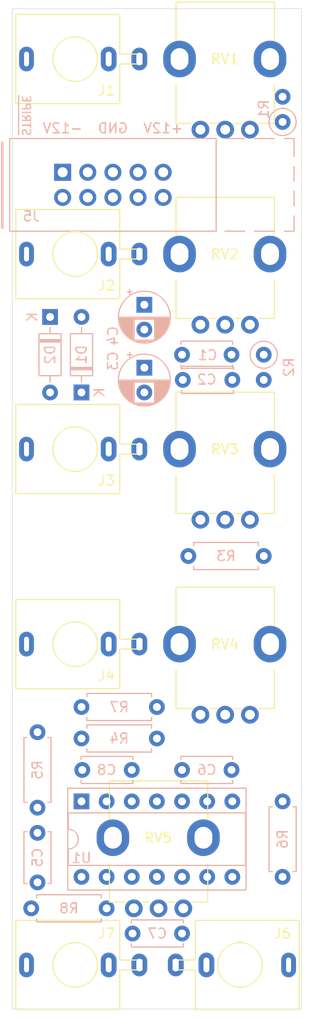
<source format=kicad_pcb>
(kicad_pcb (version 20171130) (host pcbnew "(5.1.5)-3")

  (general
    (thickness 1.6)
    (drawings 19)
    (tracks 0)
    (zones 0)
    (modules 36)
    (nets 23)
  )

  (page A4)
  (layers
    (0 F.Cu signal)
    (31 B.Cu signal)
    (32 B.Adhes user)
    (33 F.Adhes user)
    (34 B.Paste user)
    (35 F.Paste user)
    (36 B.SilkS user)
    (37 F.SilkS user)
    (38 B.Mask user)
    (39 F.Mask user)
    (40 Dwgs.User user)
    (41 Cmts.User user)
    (42 Eco1.User user)
    (43 Eco2.User user)
    (44 Edge.Cuts user)
    (45 Margin user)
    (46 B.CrtYd user)
    (47 F.CrtYd user)
    (48 B.Fab user)
    (49 F.Fab user)
  )

  (setup
    (last_trace_width 0.3)
    (trace_clearance 0.25)
    (zone_clearance 0.5)
    (zone_45_only no)
    (trace_min 0.25)
    (via_size 0.8)
    (via_drill 0.4)
    (via_min_size 0.5)
    (via_min_drill 0.4)
    (uvia_size 0.3)
    (uvia_drill 0.2)
    (uvias_allowed no)
    (uvia_min_size 0.3)
    (uvia_min_drill 0.2)
    (edge_width 0.05)
    (segment_width 0.2)
    (pcb_text_width 0.3)
    (pcb_text_size 1.5 1.5)
    (mod_edge_width 0.12)
    (mod_text_size 1 1)
    (mod_text_width 0.15)
    (pad_size 1.524 1.524)
    (pad_drill 0.762)
    (pad_to_mask_clearance 0.051)
    (solder_mask_min_width 0.25)
    (aux_axis_origin 0 0)
    (visible_elements 7FFFFFFF)
    (pcbplotparams
      (layerselection 0x010fc_ffffffff)
      (usegerberextensions false)
      (usegerberattributes false)
      (usegerberadvancedattributes false)
      (creategerberjobfile false)
      (excludeedgelayer true)
      (linewidth 0.100000)
      (plotframeref false)
      (viasonmask false)
      (mode 1)
      (useauxorigin false)
      (hpglpennumber 1)
      (hpglpenspeed 20)
      (hpglpendiameter 15.000000)
      (psnegative false)
      (psa4output false)
      (plotreference true)
      (plotvalue true)
      (plotinvisibletext false)
      (padsonsilk false)
      (subtractmaskfromsilk false)
      (outputformat 1)
      (mirror false)
      (drillshape 1)
      (scaleselection 1)
      (outputdirectory ""))
  )

  (net 0 "")
  (net 1 "Net-(J1-Pad3)")
  (net 2 "Net-(J2-Pad3)")
  (net 3 "Net-(J3-Pad3)")
  (net 4 "Net-(J4-Pad3)")
  (net 5 "Net-(J6-Pad3)")
  (net 6 "Net-(J7-Pad3)")
  (net 7 "Net-(R1-Pad2)")
  (net 8 "Net-(R2-Pad2)")
  (net 9 "Net-(R3-Pad2)")
  (net 10 "Net-(R4-Pad2)")
  (net 11 "Net-(RV5-Pad1)")
  (net 12 "Net-(U1-Pad13)")
  (net 13 "Net-(U1-Pad8)")
  (net 14 GND)
  (net 15 +12V)
  (net 16 -12V)
  (net 17 "Net-(C5-Pad2)")
  (net 18 "Net-(C5-Pad1)")
  (net 19 "Net-(C8-Pad2)")
  (net 20 "Net-(C8-Pad1)")
  (net 21 "Net-(D1-Pad2)")
  (net 22 "Net-(D2-Pad1)")

  (net_class Default "This is the default net class."
    (clearance 0.25)
    (trace_width 0.3)
    (via_dia 0.8)
    (via_drill 0.4)
    (uvia_dia 0.3)
    (uvia_drill 0.2)
    (diff_pair_width 0.25)
    (diff_pair_gap 0.25)
    (add_net +12V)
    (add_net -12V)
    (add_net GND)
    (add_net "Net-(C5-Pad1)")
    (add_net "Net-(C5-Pad2)")
    (add_net "Net-(C8-Pad1)")
    (add_net "Net-(C8-Pad2)")
    (add_net "Net-(D1-Pad2)")
    (add_net "Net-(D2-Pad1)")
    (add_net "Net-(J1-Pad3)")
    (add_net "Net-(J2-Pad3)")
    (add_net "Net-(J3-Pad3)")
    (add_net "Net-(J4-Pad3)")
    (add_net "Net-(J6-Pad3)")
    (add_net "Net-(J7-Pad3)")
    (add_net "Net-(R1-Pad2)")
    (add_net "Net-(R2-Pad2)")
    (add_net "Net-(R3-Pad2)")
    (add_net "Net-(R4-Pad2)")
    (add_net "Net-(RV5-Pad1)")
    (add_net "Net-(U1-Pad13)")
    (add_net "Net-(U1-Pad8)")
  )

  (module byte_sized_beats:Knob_11mm (layer F.Cu) (tedit 5E791F13) (tstamp 5E7F8818)
    (at 174.625 50.165)
    (fp_text reference K1 (at 0 0.762) (layer F.SilkS) hide
      (effects (font (size 1 1) (thickness 0.15)))
    )
    (fp_text value Knob_11mm (at 0 -0.762) (layer F.Fab)
      (effects (font (size 1 1) (thickness 0.15)))
    )
    (fp_circle (center 0 0) (end 5.5 0) (layer F.Fab) (width 0.12))
    (model "G:/modular/KiCad Parts/Knob_11mm.wrl"
      (at (xyz 0 0 0))
      (scale (xyz 1 1 1))
      (rotate (xyz 0 0 0))
    )
  )

  (module byte_sized_beats:Knob_11mm (layer F.Cu) (tedit 5E791F13) (tstamp 5E7F8878)
    (at 174.498 69.865)
    (fp_text reference K2 (at 0 0.762) (layer F.SilkS) hide
      (effects (font (size 1 1) (thickness 0.15)))
    )
    (fp_text value Knob_11mm (at 0 -0.762) (layer F.Fab)
      (effects (font (size 1 1) (thickness 0.15)))
    )
    (fp_circle (center 0 0) (end 5.5 0) (layer F.Fab) (width 0.12))
    (model "G:/modular/KiCad Parts/Knob_11mm.wrl"
      (at (xyz 0 0 0))
      (scale (xyz 1 1 1))
      (rotate (xyz 0 0 0))
    )
  )

  (module byte_sized_beats:Knob_11mm (layer F.Cu) (tedit 5E791F13) (tstamp 5E7F8878)
    (at 174.498 89.55)
    (fp_text reference K3 (at 0 0.762) (layer F.SilkS) hide
      (effects (font (size 1 1) (thickness 0.15)))
    )
    (fp_text value Knob_11mm (at 0 -0.762) (layer F.Fab)
      (effects (font (size 1 1) (thickness 0.15)))
    )
    (fp_circle (center 0 0) (end 5.5 0) (layer F.Fab) (width 0.12))
    (model "G:/modular/KiCad Parts/Knob_11mm.wrl"
      (at (xyz 0 0 0))
      (scale (xyz 1 1 1))
      (rotate (xyz 0 0 0))
    )
  )

  (module byte_sized_beats:Knob_11mm (layer F.Cu) (tedit 5E791F13) (tstamp 5E7F8878)
    (at 174.498 109.235)
    (fp_text reference K4 (at 0 0.762) (layer F.SilkS) hide
      (effects (font (size 1 1) (thickness 0.15)))
    )
    (fp_text value Knob_11mm (at 0 -0.762) (layer F.Fab)
      (effects (font (size 1 1) (thickness 0.15)))
    )
    (fp_circle (center 0 0) (end 5.5 0) (layer F.Fab) (width 0.12))
    (model "G:/modular/KiCad Parts/Knob_11mm.wrl"
      (at (xyz 0 0 0))
      (scale (xyz 1 1 1))
      (rotate (xyz 0 0 0))
    )
  )

  (module byte_sized_beats:Knob_11mm (layer F.Cu) (tedit 5E791F13) (tstamp 5E7FB204)
    (at 167.767 128.778)
    (fp_text reference K5 (at 0 0.762) (layer F.SilkS) hide
      (effects (font (size 1 1) (thickness 0.15)))
    )
    (fp_text value Knob_11mm (at 0 -0.762) (layer F.Fab)
      (effects (font (size 1 1) (thickness 0.15)))
    )
    (fp_circle (center 0 0) (end 5.5 0) (layer F.Fab) (width 0.12))
    (model "G:/modular/KiCad Parts/Knob_11mm.wrl"
      (at (xyz 0 0 0))
      (scale (xyz 1 1 1))
      (rotate (xyz 0 0 0))
    )
  )

  (module Resistor_THT:R_Axial_DIN0207_L6.3mm_D2.5mm_P2.54mm_Vertical (layer B.Cu) (tedit 5AE5139B) (tstamp 5E7ECDF8)
    (at 178.435 80.01 270)
    (descr "Resistor, Axial_DIN0207 series, Axial, Vertical, pin pitch=2.54mm, 0.25W = 1/4W, length*diameter=6.3*2.5mm^2, http://cdn-reichelt.de/documents/datenblatt/B400/1_4W%23YAG.pdf")
    (tags "Resistor Axial_DIN0207 series Axial Vertical pin pitch 2.54mm 0.25W = 1/4W length 6.3mm diameter 2.5mm")
    (path /63D8A40A)
    (fp_text reference R2 (at 1.27 -2.54 90) (layer B.SilkS)
      (effects (font (size 1 1) (thickness 0.15)) (justify mirror))
    )
    (fp_text value 50K (at 1.27 -2.37 90) (layer B.Fab)
      (effects (font (size 1 1) (thickness 0.15)) (justify mirror))
    )
    (fp_text user %R (at 1.27 2.37 90) (layer B.Fab)
      (effects (font (size 1 1) (thickness 0.15)) (justify mirror))
    )
    (fp_line (start 3.59 1.5) (end -1.5 1.5) (layer B.CrtYd) (width 0.05))
    (fp_line (start 3.59 -1.5) (end 3.59 1.5) (layer B.CrtYd) (width 0.05))
    (fp_line (start -1.5 -1.5) (end 3.59 -1.5) (layer B.CrtYd) (width 0.05))
    (fp_line (start -1.5 1.5) (end -1.5 -1.5) (layer B.CrtYd) (width 0.05))
    (fp_line (start 1.37 0) (end 1.44 0) (layer B.SilkS) (width 0.12))
    (fp_line (start 0 0) (end 2.54 0) (layer B.Fab) (width 0.1))
    (fp_circle (center 0 0) (end 1.37 0) (layer B.SilkS) (width 0.12))
    (fp_circle (center 0 0) (end 1.25 0) (layer B.Fab) (width 0.1))
    (pad 2 thru_hole oval (at 2.54 0 270) (size 1.6 1.6) (drill 0.8) (layers *.Cu *.Mask)
      (net 8 "Net-(R2-Pad2)"))
    (pad 1 thru_hole circle (at 0 0 270) (size 1.6 1.6) (drill 0.8) (layers *.Cu *.Mask)
      (net 17 "Net-(C5-Pad2)"))
    (model ${KISYS3DMOD}/Resistor_THT.3dshapes/R_Axial_DIN0207_L6.3mm_D2.5mm_P2.54mm_Vertical.wrl
      (at (xyz 0 0 0))
      (scale (xyz 1 1 1))
      (rotate (xyz 0 0 0))
    )
  )

  (module Resistor_THT:R_Axial_DIN0207_L6.3mm_D2.5mm_P2.54mm_Vertical (layer B.Cu) (tedit 5AE5139B) (tstamp 5E7ECDE1)
    (at 180.34 56.515 90)
    (descr "Resistor, Axial_DIN0207 series, Axial, Vertical, pin pitch=2.54mm, 0.25W = 1/4W, length*diameter=6.3*2.5mm^2, http://cdn-reichelt.de/documents/datenblatt/B400/1_4W%23YAG.pdf")
    (tags "Resistor Axial_DIN0207 series Axial Vertical pin pitch 2.54mm 0.25W = 1/4W length 6.3mm diameter 2.5mm")
    (path /63D8AEF1)
    (fp_text reference R1 (at 1.27 -1.905 90) (layer B.SilkS)
      (effects (font (size 1 1) (thickness 0.15)) (justify mirror))
    )
    (fp_text value 50K (at 1.27 -2.37 90) (layer B.Fab)
      (effects (font (size 1 1) (thickness 0.15)) (justify mirror))
    )
    (fp_text user %R (at 1.27 2.37 90) (layer B.Fab)
      (effects (font (size 1 1) (thickness 0.15)) (justify mirror))
    )
    (fp_line (start 3.59 1.5) (end -1.5 1.5) (layer B.CrtYd) (width 0.05))
    (fp_line (start 3.59 -1.5) (end 3.59 1.5) (layer B.CrtYd) (width 0.05))
    (fp_line (start -1.5 -1.5) (end 3.59 -1.5) (layer B.CrtYd) (width 0.05))
    (fp_line (start -1.5 1.5) (end -1.5 -1.5) (layer B.CrtYd) (width 0.05))
    (fp_line (start 1.37 0) (end 1.44 0) (layer B.SilkS) (width 0.12))
    (fp_line (start 0 0) (end 2.54 0) (layer B.Fab) (width 0.1))
    (fp_circle (center 0 0) (end 1.37 0) (layer B.SilkS) (width 0.12))
    (fp_circle (center 0 0) (end 1.25 0) (layer B.Fab) (width 0.1))
    (pad 2 thru_hole oval (at 2.54 0 90) (size 1.6 1.6) (drill 0.8) (layers *.Cu *.Mask)
      (net 7 "Net-(R1-Pad2)"))
    (pad 1 thru_hole circle (at 0 0 90) (size 1.6 1.6) (drill 0.8) (layers *.Cu *.Mask)
      (net 17 "Net-(C5-Pad2)"))
    (model ${KISYS3DMOD}/Resistor_THT.3dshapes/R_Axial_DIN0207_L6.3mm_D2.5mm_P2.54mm_Vertical.wrl
      (at (xyz 0 0 0))
      (scale (xyz 1 1 1))
      (rotate (xyz 0 0 0))
    )
  )

  (module Diode_THT:D_DO-35_SOD27_P7.62mm_Horizontal (layer B.Cu) (tedit 5AE50CD5) (tstamp 5E7F45AD)
    (at 156.845 76.2 270)
    (descr "Diode, DO-35_SOD27 series, Axial, Horizontal, pin pitch=7.62mm, , length*diameter=4*2mm^2, , http://www.diodes.com/_files/packages/DO-35.pdf")
    (tags "Diode DO-35_SOD27 series Axial Horizontal pin pitch 7.62mm  length 4mm diameter 2mm")
    (path /63E7B8CD)
    (fp_text reference D2 (at 3.81 0 90) (layer B.SilkS)
      (effects (font (size 1 1) (thickness 0.15)) (justify mirror))
    )
    (fp_text value D (at 3.81 -2.12 90) (layer B.Fab)
      (effects (font (size 1 1) (thickness 0.15)) (justify mirror))
    )
    (fp_text user K (at 0 1.8 90) (layer B.SilkS)
      (effects (font (size 1 1) (thickness 0.15)) (justify mirror))
    )
    (fp_text user K (at 0 1.8 90) (layer B.Fab)
      (effects (font (size 1 1) (thickness 0.15)) (justify mirror))
    )
    (fp_text user %R (at 4.11 0 90) (layer B.Fab)
      (effects (font (size 0.8 0.8) (thickness 0.12)) (justify mirror))
    )
    (fp_line (start 8.67 1.25) (end -1.05 1.25) (layer B.CrtYd) (width 0.05))
    (fp_line (start 8.67 -1.25) (end 8.67 1.25) (layer B.CrtYd) (width 0.05))
    (fp_line (start -1.05 -1.25) (end 8.67 -1.25) (layer B.CrtYd) (width 0.05))
    (fp_line (start -1.05 1.25) (end -1.05 -1.25) (layer B.CrtYd) (width 0.05))
    (fp_line (start 2.29 1.12) (end 2.29 -1.12) (layer B.SilkS) (width 0.12))
    (fp_line (start 2.53 1.12) (end 2.53 -1.12) (layer B.SilkS) (width 0.12))
    (fp_line (start 2.41 1.12) (end 2.41 -1.12) (layer B.SilkS) (width 0.12))
    (fp_line (start 6.58 0) (end 5.93 0) (layer B.SilkS) (width 0.12))
    (fp_line (start 1.04 0) (end 1.69 0) (layer B.SilkS) (width 0.12))
    (fp_line (start 5.93 1.12) (end 1.69 1.12) (layer B.SilkS) (width 0.12))
    (fp_line (start 5.93 -1.12) (end 5.93 1.12) (layer B.SilkS) (width 0.12))
    (fp_line (start 1.69 -1.12) (end 5.93 -1.12) (layer B.SilkS) (width 0.12))
    (fp_line (start 1.69 1.12) (end 1.69 -1.12) (layer B.SilkS) (width 0.12))
    (fp_line (start 2.31 1) (end 2.31 -1) (layer B.Fab) (width 0.1))
    (fp_line (start 2.51 1) (end 2.51 -1) (layer B.Fab) (width 0.1))
    (fp_line (start 2.41 1) (end 2.41 -1) (layer B.Fab) (width 0.1))
    (fp_line (start 7.62 0) (end 5.81 0) (layer B.Fab) (width 0.1))
    (fp_line (start 0 0) (end 1.81 0) (layer B.Fab) (width 0.1))
    (fp_line (start 5.81 1) (end 1.81 1) (layer B.Fab) (width 0.1))
    (fp_line (start 5.81 -1) (end 5.81 1) (layer B.Fab) (width 0.1))
    (fp_line (start 1.81 -1) (end 5.81 -1) (layer B.Fab) (width 0.1))
    (fp_line (start 1.81 1) (end 1.81 -1) (layer B.Fab) (width 0.1))
    (pad 2 thru_hole oval (at 7.62 0 270) (size 1.6 1.6) (drill 0.8) (layers *.Cu *.Mask)
      (net 16 -12V))
    (pad 1 thru_hole rect (at 0 0 270) (size 1.6 1.6) (drill 0.8) (layers *.Cu *.Mask)
      (net 22 "Net-(D2-Pad1)"))
    (model ${KISYS3DMOD}/Diode_THT.3dshapes/D_DO-35_SOD27_P7.62mm_Horizontal.wrl
      (at (xyz 0 0 0))
      (scale (xyz 1 1 1))
      (rotate (xyz 0 0 0))
    )
  )

  (module Diode_THT:D_DO-35_SOD27_P7.62mm_Horizontal (layer B.Cu) (tedit 5AE50CD5) (tstamp 5E7F458E)
    (at 160.02 83.82 90)
    (descr "Diode, DO-35_SOD27 series, Axial, Horizontal, pin pitch=7.62mm, , length*diameter=4*2mm^2, , http://www.diodes.com/_files/packages/DO-35.pdf")
    (tags "Diode DO-35_SOD27 series Axial Horizontal pin pitch 7.62mm  length 4mm diameter 2mm")
    (path /63E7AA56)
    (fp_text reference D1 (at 3.81 0 270) (layer B.SilkS)
      (effects (font (size 1 1) (thickness 0.15)) (justify mirror))
    )
    (fp_text value D (at 3.81 -2.12 270) (layer B.Fab)
      (effects (font (size 1 1) (thickness 0.15)) (justify mirror))
    )
    (fp_text user K (at 0 1.8 270) (layer B.SilkS)
      (effects (font (size 1 1) (thickness 0.15)) (justify mirror))
    )
    (fp_text user K (at 0 1.8 270) (layer B.Fab)
      (effects (font (size 1 1) (thickness 0.15)) (justify mirror))
    )
    (fp_text user %R (at 4.11 0 270) (layer B.Fab)
      (effects (font (size 0.8 0.8) (thickness 0.12)) (justify mirror))
    )
    (fp_line (start 8.67 1.25) (end -1.05 1.25) (layer B.CrtYd) (width 0.05))
    (fp_line (start 8.67 -1.25) (end 8.67 1.25) (layer B.CrtYd) (width 0.05))
    (fp_line (start -1.05 -1.25) (end 8.67 -1.25) (layer B.CrtYd) (width 0.05))
    (fp_line (start -1.05 1.25) (end -1.05 -1.25) (layer B.CrtYd) (width 0.05))
    (fp_line (start 2.29 1.12) (end 2.29 -1.12) (layer B.SilkS) (width 0.12))
    (fp_line (start 2.53 1.12) (end 2.53 -1.12) (layer B.SilkS) (width 0.12))
    (fp_line (start 2.41 1.12) (end 2.41 -1.12) (layer B.SilkS) (width 0.12))
    (fp_line (start 6.58 0) (end 5.93 0) (layer B.SilkS) (width 0.12))
    (fp_line (start 1.04 0) (end 1.69 0) (layer B.SilkS) (width 0.12))
    (fp_line (start 5.93 1.12) (end 1.69 1.12) (layer B.SilkS) (width 0.12))
    (fp_line (start 5.93 -1.12) (end 5.93 1.12) (layer B.SilkS) (width 0.12))
    (fp_line (start 1.69 -1.12) (end 5.93 -1.12) (layer B.SilkS) (width 0.12))
    (fp_line (start 1.69 1.12) (end 1.69 -1.12) (layer B.SilkS) (width 0.12))
    (fp_line (start 2.31 1) (end 2.31 -1) (layer B.Fab) (width 0.1))
    (fp_line (start 2.51 1) (end 2.51 -1) (layer B.Fab) (width 0.1))
    (fp_line (start 2.41 1) (end 2.41 -1) (layer B.Fab) (width 0.1))
    (fp_line (start 7.62 0) (end 5.81 0) (layer B.Fab) (width 0.1))
    (fp_line (start 0 0) (end 1.81 0) (layer B.Fab) (width 0.1))
    (fp_line (start 5.81 1) (end 1.81 1) (layer B.Fab) (width 0.1))
    (fp_line (start 5.81 -1) (end 5.81 1) (layer B.Fab) (width 0.1))
    (fp_line (start 1.81 -1) (end 5.81 -1) (layer B.Fab) (width 0.1))
    (fp_line (start 1.81 1) (end 1.81 -1) (layer B.Fab) (width 0.1))
    (pad 2 thru_hole oval (at 7.62 0 90) (size 1.6 1.6) (drill 0.8) (layers *.Cu *.Mask)
      (net 21 "Net-(D1-Pad2)"))
    (pad 1 thru_hole rect (at 0 0 90) (size 1.6 1.6) (drill 0.8) (layers *.Cu *.Mask)
      (net 15 +12V))
    (model ${KISYS3DMOD}/Diode_THT.3dshapes/D_DO-35_SOD27_P7.62mm_Horizontal.wrl
      (at (xyz 0 0 0))
      (scale (xyz 1 1 1))
      (rotate (xyz 0 0 0))
    )
  )

  (module Capacitor_THT:C_Disc_D5.0mm_W2.5mm_P5.00mm (layer B.Cu) (tedit 5AE50EF0) (tstamp 5E7F456F)
    (at 165.1 121.92 180)
    (descr "C, Disc series, Radial, pin pitch=5.00mm, , diameter*width=5*2.5mm^2, Capacitor, http://cdn-reichelt.de/documents/datenblatt/B300/DS_KERKO_TC.pdf")
    (tags "C Disc series Radial pin pitch 5.00mm  diameter 5mm width 2.5mm Capacitor")
    (path /63E7389A)
    (fp_text reference C8 (at 2.54 0 180) (layer B.SilkS)
      (effects (font (size 1 1) (thickness 0.15)) (justify mirror))
    )
    (fp_text value 47pF (at 2.5 -2.5 180) (layer B.Fab)
      (effects (font (size 1 1) (thickness 0.15)) (justify mirror))
    )
    (fp_text user %R (at 2.5 0 180) (layer B.Fab)
      (effects (font (size 1 1) (thickness 0.15)) (justify mirror))
    )
    (fp_line (start 6.05 1.5) (end -1.05 1.5) (layer B.CrtYd) (width 0.05))
    (fp_line (start 6.05 -1.5) (end 6.05 1.5) (layer B.CrtYd) (width 0.05))
    (fp_line (start -1.05 -1.5) (end 6.05 -1.5) (layer B.CrtYd) (width 0.05))
    (fp_line (start -1.05 1.5) (end -1.05 -1.5) (layer B.CrtYd) (width 0.05))
    (fp_line (start 5.12 -1.055) (end 5.12 -1.37) (layer B.SilkS) (width 0.12))
    (fp_line (start 5.12 1.37) (end 5.12 1.055) (layer B.SilkS) (width 0.12))
    (fp_line (start -0.12 -1.055) (end -0.12 -1.37) (layer B.SilkS) (width 0.12))
    (fp_line (start -0.12 1.37) (end -0.12 1.055) (layer B.SilkS) (width 0.12))
    (fp_line (start -0.12 -1.37) (end 5.12 -1.37) (layer B.SilkS) (width 0.12))
    (fp_line (start -0.12 1.37) (end 5.12 1.37) (layer B.SilkS) (width 0.12))
    (fp_line (start 5 1.25) (end 0 1.25) (layer B.Fab) (width 0.1))
    (fp_line (start 5 -1.25) (end 5 1.25) (layer B.Fab) (width 0.1))
    (fp_line (start 0 -1.25) (end 5 -1.25) (layer B.Fab) (width 0.1))
    (fp_line (start 0 1.25) (end 0 -1.25) (layer B.Fab) (width 0.1))
    (pad 2 thru_hole circle (at 5 0 180) (size 1.6 1.6) (drill 0.8) (layers *.Cu *.Mask)
      (net 19 "Net-(C8-Pad2)"))
    (pad 1 thru_hole circle (at 0 0 180) (size 1.6 1.6) (drill 0.8) (layers *.Cu *.Mask)
      (net 20 "Net-(C8-Pad1)"))
    (model ${KISYS3DMOD}/Capacitor_THT.3dshapes/C_Disc_D5.0mm_W2.5mm_P5.00mm.wrl
      (at (xyz 0 0 0))
      (scale (xyz 1 1 1))
      (rotate (xyz 0 0 0))
    )
  )

  (module Capacitor_THT:C_Disc_D5.0mm_W2.5mm_P5.00mm (layer B.Cu) (tedit 5AE50EF0) (tstamp 5E7F455A)
    (at 170.18 138.43 180)
    (descr "C, Disc series, Radial, pin pitch=5.00mm, , diameter*width=5*2.5mm^2, Capacitor, http://cdn-reichelt.de/documents/datenblatt/B300/DS_KERKO_TC.pdf")
    (tags "C Disc series Radial pin pitch 5.00mm  diameter 5mm width 2.5mm Capacitor")
    (path /63E7462A)
    (fp_text reference C7 (at 2.5 0) (layer B.SilkS)
      (effects (font (size 1 1) (thickness 0.15)) (justify mirror))
    )
    (fp_text value 0.1uF (at 2.5 -2.5) (layer B.Fab)
      (effects (font (size 1 1) (thickness 0.15)) (justify mirror))
    )
    (fp_text user %R (at 2.5 0) (layer B.Fab)
      (effects (font (size 1 1) (thickness 0.15)) (justify mirror))
    )
    (fp_line (start 6.05 1.5) (end -1.05 1.5) (layer B.CrtYd) (width 0.05))
    (fp_line (start 6.05 -1.5) (end 6.05 1.5) (layer B.CrtYd) (width 0.05))
    (fp_line (start -1.05 -1.5) (end 6.05 -1.5) (layer B.CrtYd) (width 0.05))
    (fp_line (start -1.05 1.5) (end -1.05 -1.5) (layer B.CrtYd) (width 0.05))
    (fp_line (start 5.12 -1.055) (end 5.12 -1.37) (layer B.SilkS) (width 0.12))
    (fp_line (start 5.12 1.37) (end 5.12 1.055) (layer B.SilkS) (width 0.12))
    (fp_line (start -0.12 -1.055) (end -0.12 -1.37) (layer B.SilkS) (width 0.12))
    (fp_line (start -0.12 1.37) (end -0.12 1.055) (layer B.SilkS) (width 0.12))
    (fp_line (start -0.12 -1.37) (end 5.12 -1.37) (layer B.SilkS) (width 0.12))
    (fp_line (start -0.12 1.37) (end 5.12 1.37) (layer B.SilkS) (width 0.12))
    (fp_line (start 5 1.25) (end 0 1.25) (layer B.Fab) (width 0.1))
    (fp_line (start 5 -1.25) (end 5 1.25) (layer B.Fab) (width 0.1))
    (fp_line (start 0 -1.25) (end 5 -1.25) (layer B.Fab) (width 0.1))
    (fp_line (start 0 1.25) (end 0 -1.25) (layer B.Fab) (width 0.1))
    (pad 2 thru_hole circle (at 5 0 180) (size 1.6 1.6) (drill 0.8) (layers *.Cu *.Mask)
      (net 14 GND))
    (pad 1 thru_hole circle (at 0 0 180) (size 1.6 1.6) (drill 0.8) (layers *.Cu *.Mask)
      (net 16 -12V))
    (model ${KISYS3DMOD}/Capacitor_THT.3dshapes/C_Disc_D5.0mm_W2.5mm_P5.00mm.wrl
      (at (xyz 0 0 0))
      (scale (xyz 1 1 1))
      (rotate (xyz 0 0 0))
    )
  )

  (module Capacitor_THT:C_Disc_D5.0mm_W2.5mm_P5.00mm (layer B.Cu) (tedit 5AE50EF0) (tstamp 5E7F4545)
    (at 175.18 121.92 180)
    (descr "C, Disc series, Radial, pin pitch=5.00mm, , diameter*width=5*2.5mm^2, Capacitor, http://cdn-reichelt.de/documents/datenblatt/B300/DS_KERKO_TC.pdf")
    (tags "C Disc series Radial pin pitch 5.00mm  diameter 5mm width 2.5mm Capacitor")
    (path /63E73E0F)
    (fp_text reference C6 (at 2.5 0) (layer B.SilkS)
      (effects (font (size 1 1) (thickness 0.15)) (justify mirror))
    )
    (fp_text value 0.1uF (at 2.5 -2.5) (layer B.Fab)
      (effects (font (size 1 1) (thickness 0.15)) (justify mirror))
    )
    (fp_text user %R (at 2.5 0) (layer B.Fab)
      (effects (font (size 1 1) (thickness 0.15)) (justify mirror))
    )
    (fp_line (start 6.05 1.5) (end -1.05 1.5) (layer B.CrtYd) (width 0.05))
    (fp_line (start 6.05 -1.5) (end 6.05 1.5) (layer B.CrtYd) (width 0.05))
    (fp_line (start -1.05 -1.5) (end 6.05 -1.5) (layer B.CrtYd) (width 0.05))
    (fp_line (start -1.05 1.5) (end -1.05 -1.5) (layer B.CrtYd) (width 0.05))
    (fp_line (start 5.12 -1.055) (end 5.12 -1.37) (layer B.SilkS) (width 0.12))
    (fp_line (start 5.12 1.37) (end 5.12 1.055) (layer B.SilkS) (width 0.12))
    (fp_line (start -0.12 -1.055) (end -0.12 -1.37) (layer B.SilkS) (width 0.12))
    (fp_line (start -0.12 1.37) (end -0.12 1.055) (layer B.SilkS) (width 0.12))
    (fp_line (start -0.12 -1.37) (end 5.12 -1.37) (layer B.SilkS) (width 0.12))
    (fp_line (start -0.12 1.37) (end 5.12 1.37) (layer B.SilkS) (width 0.12))
    (fp_line (start 5 1.25) (end 0 1.25) (layer B.Fab) (width 0.1))
    (fp_line (start 5 -1.25) (end 5 1.25) (layer B.Fab) (width 0.1))
    (fp_line (start 0 -1.25) (end 5 -1.25) (layer B.Fab) (width 0.1))
    (fp_line (start 0 1.25) (end 0 -1.25) (layer B.Fab) (width 0.1))
    (pad 2 thru_hole circle (at 5 0 180) (size 1.6 1.6) (drill 0.8) (layers *.Cu *.Mask)
      (net 15 +12V))
    (pad 1 thru_hole circle (at 0 0 180) (size 1.6 1.6) (drill 0.8) (layers *.Cu *.Mask)
      (net 14 GND))
    (model ${KISYS3DMOD}/Capacitor_THT.3dshapes/C_Disc_D5.0mm_W2.5mm_P5.00mm.wrl
      (at (xyz 0 0 0))
      (scale (xyz 1 1 1))
      (rotate (xyz 0 0 0))
    )
  )

  (module Capacitor_THT:C_Disc_D5.0mm_W2.5mm_P5.00mm (layer B.Cu) (tedit 5AE50EF0) (tstamp 5E7F4530)
    (at 155.575 133.27 90)
    (descr "C, Disc series, Radial, pin pitch=5.00mm, , diameter*width=5*2.5mm^2, Capacitor, http://cdn-reichelt.de/documents/datenblatt/B300/DS_KERKO_TC.pdf")
    (tags "C Disc series Radial pin pitch 5.00mm  diameter 5mm width 2.5mm Capacitor")
    (path /63E72700)
    (fp_text reference C5 (at 2.5 0 90) (layer B.SilkS)
      (effects (font (size 1 1) (thickness 0.15)) (justify mirror))
    )
    (fp_text value 47pF (at 2.5 -2.5 90) (layer B.Fab)
      (effects (font (size 1 1) (thickness 0.15)) (justify mirror))
    )
    (fp_text user %R (at 2.5 0 90) (layer B.Fab)
      (effects (font (size 1 1) (thickness 0.15)) (justify mirror))
    )
    (fp_line (start 6.05 1.5) (end -1.05 1.5) (layer B.CrtYd) (width 0.05))
    (fp_line (start 6.05 -1.5) (end 6.05 1.5) (layer B.CrtYd) (width 0.05))
    (fp_line (start -1.05 -1.5) (end 6.05 -1.5) (layer B.CrtYd) (width 0.05))
    (fp_line (start -1.05 1.5) (end -1.05 -1.5) (layer B.CrtYd) (width 0.05))
    (fp_line (start 5.12 -1.055) (end 5.12 -1.37) (layer B.SilkS) (width 0.12))
    (fp_line (start 5.12 1.37) (end 5.12 1.055) (layer B.SilkS) (width 0.12))
    (fp_line (start -0.12 -1.055) (end -0.12 -1.37) (layer B.SilkS) (width 0.12))
    (fp_line (start -0.12 1.37) (end -0.12 1.055) (layer B.SilkS) (width 0.12))
    (fp_line (start -0.12 -1.37) (end 5.12 -1.37) (layer B.SilkS) (width 0.12))
    (fp_line (start -0.12 1.37) (end 5.12 1.37) (layer B.SilkS) (width 0.12))
    (fp_line (start 5 1.25) (end 0 1.25) (layer B.Fab) (width 0.1))
    (fp_line (start 5 -1.25) (end 5 1.25) (layer B.Fab) (width 0.1))
    (fp_line (start 0 -1.25) (end 5 -1.25) (layer B.Fab) (width 0.1))
    (fp_line (start 0 1.25) (end 0 -1.25) (layer B.Fab) (width 0.1))
    (pad 2 thru_hole circle (at 5 0 90) (size 1.6 1.6) (drill 0.8) (layers *.Cu *.Mask)
      (net 17 "Net-(C5-Pad2)"))
    (pad 1 thru_hole circle (at 0 0 90) (size 1.6 1.6) (drill 0.8) (layers *.Cu *.Mask)
      (net 18 "Net-(C5-Pad1)"))
    (model ${KISYS3DMOD}/Capacitor_THT.3dshapes/C_Disc_D5.0mm_W2.5mm_P5.00mm.wrl
      (at (xyz 0 0 0))
      (scale (xyz 1 1 1))
      (rotate (xyz 0 0 0))
    )
  )

  (module Capacitor_THT:CP_Radial_D5.0mm_P2.50mm (layer B.Cu) (tedit 5AE50EF0) (tstamp 5E7F451B)
    (at 166.37 74.97 270)
    (descr "CP, Radial series, Radial, pin pitch=2.50mm, , diameter=5mm, Electrolytic Capacitor")
    (tags "CP Radial series Radial pin pitch 2.50mm  diameter 5mm Electrolytic Capacitor")
    (path /63E79557)
    (fp_text reference C4 (at 3.135 3.175 270) (layer B.SilkS)
      (effects (font (size 1 1) (thickness 0.15)) (justify mirror))
    )
    (fp_text value 10uF (at 1.25 -3.75 270) (layer B.Fab)
      (effects (font (size 1 1) (thickness 0.15)) (justify mirror))
    )
    (fp_text user %R (at 1.25 0 270) (layer B.Fab)
      (effects (font (size 1 1) (thickness 0.15)) (justify mirror))
    )
    (fp_line (start -1.304775 1.725) (end -1.304775 1.225) (layer B.SilkS) (width 0.12))
    (fp_line (start -1.554775 1.475) (end -1.054775 1.475) (layer B.SilkS) (width 0.12))
    (fp_line (start 3.851 0.284) (end 3.851 -0.284) (layer B.SilkS) (width 0.12))
    (fp_line (start 3.811 0.518) (end 3.811 -0.518) (layer B.SilkS) (width 0.12))
    (fp_line (start 3.771 0.677) (end 3.771 -0.677) (layer B.SilkS) (width 0.12))
    (fp_line (start 3.731 0.805) (end 3.731 -0.805) (layer B.SilkS) (width 0.12))
    (fp_line (start 3.691 0.915) (end 3.691 -0.915) (layer B.SilkS) (width 0.12))
    (fp_line (start 3.651 1.011) (end 3.651 -1.011) (layer B.SilkS) (width 0.12))
    (fp_line (start 3.611 1.098) (end 3.611 -1.098) (layer B.SilkS) (width 0.12))
    (fp_line (start 3.571 1.178) (end 3.571 -1.178) (layer B.SilkS) (width 0.12))
    (fp_line (start 3.531 -1.04) (end 3.531 -1.251) (layer B.SilkS) (width 0.12))
    (fp_line (start 3.531 1.251) (end 3.531 1.04) (layer B.SilkS) (width 0.12))
    (fp_line (start 3.491 -1.04) (end 3.491 -1.319) (layer B.SilkS) (width 0.12))
    (fp_line (start 3.491 1.319) (end 3.491 1.04) (layer B.SilkS) (width 0.12))
    (fp_line (start 3.451 -1.04) (end 3.451 -1.383) (layer B.SilkS) (width 0.12))
    (fp_line (start 3.451 1.383) (end 3.451 1.04) (layer B.SilkS) (width 0.12))
    (fp_line (start 3.411 -1.04) (end 3.411 -1.443) (layer B.SilkS) (width 0.12))
    (fp_line (start 3.411 1.443) (end 3.411 1.04) (layer B.SilkS) (width 0.12))
    (fp_line (start 3.371 -1.04) (end 3.371 -1.5) (layer B.SilkS) (width 0.12))
    (fp_line (start 3.371 1.5) (end 3.371 1.04) (layer B.SilkS) (width 0.12))
    (fp_line (start 3.331 -1.04) (end 3.331 -1.554) (layer B.SilkS) (width 0.12))
    (fp_line (start 3.331 1.554) (end 3.331 1.04) (layer B.SilkS) (width 0.12))
    (fp_line (start 3.291 -1.04) (end 3.291 -1.605) (layer B.SilkS) (width 0.12))
    (fp_line (start 3.291 1.605) (end 3.291 1.04) (layer B.SilkS) (width 0.12))
    (fp_line (start 3.251 -1.04) (end 3.251 -1.653) (layer B.SilkS) (width 0.12))
    (fp_line (start 3.251 1.653) (end 3.251 1.04) (layer B.SilkS) (width 0.12))
    (fp_line (start 3.211 -1.04) (end 3.211 -1.699) (layer B.SilkS) (width 0.12))
    (fp_line (start 3.211 1.699) (end 3.211 1.04) (layer B.SilkS) (width 0.12))
    (fp_line (start 3.171 -1.04) (end 3.171 -1.743) (layer B.SilkS) (width 0.12))
    (fp_line (start 3.171 1.743) (end 3.171 1.04) (layer B.SilkS) (width 0.12))
    (fp_line (start 3.131 -1.04) (end 3.131 -1.785) (layer B.SilkS) (width 0.12))
    (fp_line (start 3.131 1.785) (end 3.131 1.04) (layer B.SilkS) (width 0.12))
    (fp_line (start 3.091 -1.04) (end 3.091 -1.826) (layer B.SilkS) (width 0.12))
    (fp_line (start 3.091 1.826) (end 3.091 1.04) (layer B.SilkS) (width 0.12))
    (fp_line (start 3.051 -1.04) (end 3.051 -1.864) (layer B.SilkS) (width 0.12))
    (fp_line (start 3.051 1.864) (end 3.051 1.04) (layer B.SilkS) (width 0.12))
    (fp_line (start 3.011 -1.04) (end 3.011 -1.901) (layer B.SilkS) (width 0.12))
    (fp_line (start 3.011 1.901) (end 3.011 1.04) (layer B.SilkS) (width 0.12))
    (fp_line (start 2.971 -1.04) (end 2.971 -1.937) (layer B.SilkS) (width 0.12))
    (fp_line (start 2.971 1.937) (end 2.971 1.04) (layer B.SilkS) (width 0.12))
    (fp_line (start 2.931 -1.04) (end 2.931 -1.971) (layer B.SilkS) (width 0.12))
    (fp_line (start 2.931 1.971) (end 2.931 1.04) (layer B.SilkS) (width 0.12))
    (fp_line (start 2.891 -1.04) (end 2.891 -2.004) (layer B.SilkS) (width 0.12))
    (fp_line (start 2.891 2.004) (end 2.891 1.04) (layer B.SilkS) (width 0.12))
    (fp_line (start 2.851 -1.04) (end 2.851 -2.035) (layer B.SilkS) (width 0.12))
    (fp_line (start 2.851 2.035) (end 2.851 1.04) (layer B.SilkS) (width 0.12))
    (fp_line (start 2.811 -1.04) (end 2.811 -2.065) (layer B.SilkS) (width 0.12))
    (fp_line (start 2.811 2.065) (end 2.811 1.04) (layer B.SilkS) (width 0.12))
    (fp_line (start 2.771 -1.04) (end 2.771 -2.095) (layer B.SilkS) (width 0.12))
    (fp_line (start 2.771 2.095) (end 2.771 1.04) (layer B.SilkS) (width 0.12))
    (fp_line (start 2.731 -1.04) (end 2.731 -2.122) (layer B.SilkS) (width 0.12))
    (fp_line (start 2.731 2.122) (end 2.731 1.04) (layer B.SilkS) (width 0.12))
    (fp_line (start 2.691 -1.04) (end 2.691 -2.149) (layer B.SilkS) (width 0.12))
    (fp_line (start 2.691 2.149) (end 2.691 1.04) (layer B.SilkS) (width 0.12))
    (fp_line (start 2.651 -1.04) (end 2.651 -2.175) (layer B.SilkS) (width 0.12))
    (fp_line (start 2.651 2.175) (end 2.651 1.04) (layer B.SilkS) (width 0.12))
    (fp_line (start 2.611 -1.04) (end 2.611 -2.2) (layer B.SilkS) (width 0.12))
    (fp_line (start 2.611 2.2) (end 2.611 1.04) (layer B.SilkS) (width 0.12))
    (fp_line (start 2.571 -1.04) (end 2.571 -2.224) (layer B.SilkS) (width 0.12))
    (fp_line (start 2.571 2.224) (end 2.571 1.04) (layer B.SilkS) (width 0.12))
    (fp_line (start 2.531 -1.04) (end 2.531 -2.247) (layer B.SilkS) (width 0.12))
    (fp_line (start 2.531 2.247) (end 2.531 1.04) (layer B.SilkS) (width 0.12))
    (fp_line (start 2.491 -1.04) (end 2.491 -2.268) (layer B.SilkS) (width 0.12))
    (fp_line (start 2.491 2.268) (end 2.491 1.04) (layer B.SilkS) (width 0.12))
    (fp_line (start 2.451 -1.04) (end 2.451 -2.29) (layer B.SilkS) (width 0.12))
    (fp_line (start 2.451 2.29) (end 2.451 1.04) (layer B.SilkS) (width 0.12))
    (fp_line (start 2.411 -1.04) (end 2.411 -2.31) (layer B.SilkS) (width 0.12))
    (fp_line (start 2.411 2.31) (end 2.411 1.04) (layer B.SilkS) (width 0.12))
    (fp_line (start 2.371 -1.04) (end 2.371 -2.329) (layer B.SilkS) (width 0.12))
    (fp_line (start 2.371 2.329) (end 2.371 1.04) (layer B.SilkS) (width 0.12))
    (fp_line (start 2.331 -1.04) (end 2.331 -2.348) (layer B.SilkS) (width 0.12))
    (fp_line (start 2.331 2.348) (end 2.331 1.04) (layer B.SilkS) (width 0.12))
    (fp_line (start 2.291 -1.04) (end 2.291 -2.365) (layer B.SilkS) (width 0.12))
    (fp_line (start 2.291 2.365) (end 2.291 1.04) (layer B.SilkS) (width 0.12))
    (fp_line (start 2.251 -1.04) (end 2.251 -2.382) (layer B.SilkS) (width 0.12))
    (fp_line (start 2.251 2.382) (end 2.251 1.04) (layer B.SilkS) (width 0.12))
    (fp_line (start 2.211 -1.04) (end 2.211 -2.398) (layer B.SilkS) (width 0.12))
    (fp_line (start 2.211 2.398) (end 2.211 1.04) (layer B.SilkS) (width 0.12))
    (fp_line (start 2.171 -1.04) (end 2.171 -2.414) (layer B.SilkS) (width 0.12))
    (fp_line (start 2.171 2.414) (end 2.171 1.04) (layer B.SilkS) (width 0.12))
    (fp_line (start 2.131 -1.04) (end 2.131 -2.428) (layer B.SilkS) (width 0.12))
    (fp_line (start 2.131 2.428) (end 2.131 1.04) (layer B.SilkS) (width 0.12))
    (fp_line (start 2.091 -1.04) (end 2.091 -2.442) (layer B.SilkS) (width 0.12))
    (fp_line (start 2.091 2.442) (end 2.091 1.04) (layer B.SilkS) (width 0.12))
    (fp_line (start 2.051 -1.04) (end 2.051 -2.455) (layer B.SilkS) (width 0.12))
    (fp_line (start 2.051 2.455) (end 2.051 1.04) (layer B.SilkS) (width 0.12))
    (fp_line (start 2.011 -1.04) (end 2.011 -2.468) (layer B.SilkS) (width 0.12))
    (fp_line (start 2.011 2.468) (end 2.011 1.04) (layer B.SilkS) (width 0.12))
    (fp_line (start 1.971 -1.04) (end 1.971 -2.48) (layer B.SilkS) (width 0.12))
    (fp_line (start 1.971 2.48) (end 1.971 1.04) (layer B.SilkS) (width 0.12))
    (fp_line (start 1.93 -1.04) (end 1.93 -2.491) (layer B.SilkS) (width 0.12))
    (fp_line (start 1.93 2.491) (end 1.93 1.04) (layer B.SilkS) (width 0.12))
    (fp_line (start 1.89 -1.04) (end 1.89 -2.501) (layer B.SilkS) (width 0.12))
    (fp_line (start 1.89 2.501) (end 1.89 1.04) (layer B.SilkS) (width 0.12))
    (fp_line (start 1.85 -1.04) (end 1.85 -2.511) (layer B.SilkS) (width 0.12))
    (fp_line (start 1.85 2.511) (end 1.85 1.04) (layer B.SilkS) (width 0.12))
    (fp_line (start 1.81 -1.04) (end 1.81 -2.52) (layer B.SilkS) (width 0.12))
    (fp_line (start 1.81 2.52) (end 1.81 1.04) (layer B.SilkS) (width 0.12))
    (fp_line (start 1.77 -1.04) (end 1.77 -2.528) (layer B.SilkS) (width 0.12))
    (fp_line (start 1.77 2.528) (end 1.77 1.04) (layer B.SilkS) (width 0.12))
    (fp_line (start 1.73 -1.04) (end 1.73 -2.536) (layer B.SilkS) (width 0.12))
    (fp_line (start 1.73 2.536) (end 1.73 1.04) (layer B.SilkS) (width 0.12))
    (fp_line (start 1.69 -1.04) (end 1.69 -2.543) (layer B.SilkS) (width 0.12))
    (fp_line (start 1.69 2.543) (end 1.69 1.04) (layer B.SilkS) (width 0.12))
    (fp_line (start 1.65 -1.04) (end 1.65 -2.55) (layer B.SilkS) (width 0.12))
    (fp_line (start 1.65 2.55) (end 1.65 1.04) (layer B.SilkS) (width 0.12))
    (fp_line (start 1.61 -1.04) (end 1.61 -2.556) (layer B.SilkS) (width 0.12))
    (fp_line (start 1.61 2.556) (end 1.61 1.04) (layer B.SilkS) (width 0.12))
    (fp_line (start 1.57 -1.04) (end 1.57 -2.561) (layer B.SilkS) (width 0.12))
    (fp_line (start 1.57 2.561) (end 1.57 1.04) (layer B.SilkS) (width 0.12))
    (fp_line (start 1.53 -1.04) (end 1.53 -2.565) (layer B.SilkS) (width 0.12))
    (fp_line (start 1.53 2.565) (end 1.53 1.04) (layer B.SilkS) (width 0.12))
    (fp_line (start 1.49 -1.04) (end 1.49 -2.569) (layer B.SilkS) (width 0.12))
    (fp_line (start 1.49 2.569) (end 1.49 1.04) (layer B.SilkS) (width 0.12))
    (fp_line (start 1.45 2.573) (end 1.45 -2.573) (layer B.SilkS) (width 0.12))
    (fp_line (start 1.41 2.576) (end 1.41 -2.576) (layer B.SilkS) (width 0.12))
    (fp_line (start 1.37 2.578) (end 1.37 -2.578) (layer B.SilkS) (width 0.12))
    (fp_line (start 1.33 2.579) (end 1.33 -2.579) (layer B.SilkS) (width 0.12))
    (fp_line (start 1.29 2.58) (end 1.29 -2.58) (layer B.SilkS) (width 0.12))
    (fp_line (start 1.25 2.58) (end 1.25 -2.58) (layer B.SilkS) (width 0.12))
    (fp_line (start -0.633605 1.3375) (end -0.633605 0.8375) (layer B.Fab) (width 0.1))
    (fp_line (start -0.883605 1.0875) (end -0.383605 1.0875) (layer B.Fab) (width 0.1))
    (fp_circle (center 1.25 0) (end 4 0) (layer B.CrtYd) (width 0.05))
    (fp_circle (center 1.25 0) (end 3.87 0) (layer B.SilkS) (width 0.12))
    (fp_circle (center 1.25 0) (end 3.75 0) (layer B.Fab) (width 0.1))
    (pad 2 thru_hole circle (at 2.5 0 270) (size 1.6 1.6) (drill 0.8) (layers *.Cu *.Mask)
      (net 16 -12V))
    (pad 1 thru_hole rect (at 0 0 270) (size 1.6 1.6) (drill 0.8) (layers *.Cu *.Mask)
      (net 14 GND))
    (model ${KISYS3DMOD}/Capacitor_THT.3dshapes/CP_Radial_D5.0mm_P2.50mm.wrl
      (at (xyz 0 0 0))
      (scale (xyz 1 1 1))
      (rotate (xyz 0 0 0))
    )
  )

  (module Capacitor_THT:CP_Radial_D5.0mm_P2.50mm (layer B.Cu) (tedit 5AE50EF0) (tstamp 5E7F4497)
    (at 166.37 81.32 270)
    (descr "CP, Radial series, Radial, pin pitch=2.50mm, , diameter=5mm, Electrolytic Capacitor")
    (tags "CP Radial series Radial pin pitch 2.50mm  diameter 5mm Electrolytic Capacitor")
    (path /63E79C6E)
    (fp_text reference C3 (at -0.675 3.175 270) (layer B.SilkS)
      (effects (font (size 1 1) (thickness 0.15)) (justify mirror))
    )
    (fp_text value 10uF (at 0 -3.81 270) (layer B.Fab)
      (effects (font (size 1 1) (thickness 0.15)) (justify mirror))
    )
    (fp_text user %R (at 1.25 0 270) (layer B.Fab)
      (effects (font (size 1 1) (thickness 0.15)) (justify mirror))
    )
    (fp_line (start -1.304775 1.725) (end -1.304775 1.225) (layer B.SilkS) (width 0.12))
    (fp_line (start -1.554775 1.475) (end -1.054775 1.475) (layer B.SilkS) (width 0.12))
    (fp_line (start 3.851 0.284) (end 3.851 -0.284) (layer B.SilkS) (width 0.12))
    (fp_line (start 3.811 0.518) (end 3.811 -0.518) (layer B.SilkS) (width 0.12))
    (fp_line (start 3.771 0.677) (end 3.771 -0.677) (layer B.SilkS) (width 0.12))
    (fp_line (start 3.731 0.805) (end 3.731 -0.805) (layer B.SilkS) (width 0.12))
    (fp_line (start 3.691 0.915) (end 3.691 -0.915) (layer B.SilkS) (width 0.12))
    (fp_line (start 3.651 1.011) (end 3.651 -1.011) (layer B.SilkS) (width 0.12))
    (fp_line (start 3.611 1.098) (end 3.611 -1.098) (layer B.SilkS) (width 0.12))
    (fp_line (start 3.571 1.178) (end 3.571 -1.178) (layer B.SilkS) (width 0.12))
    (fp_line (start 3.531 -1.04) (end 3.531 -1.251) (layer B.SilkS) (width 0.12))
    (fp_line (start 3.531 1.251) (end 3.531 1.04) (layer B.SilkS) (width 0.12))
    (fp_line (start 3.491 -1.04) (end 3.491 -1.319) (layer B.SilkS) (width 0.12))
    (fp_line (start 3.491 1.319) (end 3.491 1.04) (layer B.SilkS) (width 0.12))
    (fp_line (start 3.451 -1.04) (end 3.451 -1.383) (layer B.SilkS) (width 0.12))
    (fp_line (start 3.451 1.383) (end 3.451 1.04) (layer B.SilkS) (width 0.12))
    (fp_line (start 3.411 -1.04) (end 3.411 -1.443) (layer B.SilkS) (width 0.12))
    (fp_line (start 3.411 1.443) (end 3.411 1.04) (layer B.SilkS) (width 0.12))
    (fp_line (start 3.371 -1.04) (end 3.371 -1.5) (layer B.SilkS) (width 0.12))
    (fp_line (start 3.371 1.5) (end 3.371 1.04) (layer B.SilkS) (width 0.12))
    (fp_line (start 3.331 -1.04) (end 3.331 -1.554) (layer B.SilkS) (width 0.12))
    (fp_line (start 3.331 1.554) (end 3.331 1.04) (layer B.SilkS) (width 0.12))
    (fp_line (start 3.291 -1.04) (end 3.291 -1.605) (layer B.SilkS) (width 0.12))
    (fp_line (start 3.291 1.605) (end 3.291 1.04) (layer B.SilkS) (width 0.12))
    (fp_line (start 3.251 -1.04) (end 3.251 -1.653) (layer B.SilkS) (width 0.12))
    (fp_line (start 3.251 1.653) (end 3.251 1.04) (layer B.SilkS) (width 0.12))
    (fp_line (start 3.211 -1.04) (end 3.211 -1.699) (layer B.SilkS) (width 0.12))
    (fp_line (start 3.211 1.699) (end 3.211 1.04) (layer B.SilkS) (width 0.12))
    (fp_line (start 3.171 -1.04) (end 3.171 -1.743) (layer B.SilkS) (width 0.12))
    (fp_line (start 3.171 1.743) (end 3.171 1.04) (layer B.SilkS) (width 0.12))
    (fp_line (start 3.131 -1.04) (end 3.131 -1.785) (layer B.SilkS) (width 0.12))
    (fp_line (start 3.131 1.785) (end 3.131 1.04) (layer B.SilkS) (width 0.12))
    (fp_line (start 3.091 -1.04) (end 3.091 -1.826) (layer B.SilkS) (width 0.12))
    (fp_line (start 3.091 1.826) (end 3.091 1.04) (layer B.SilkS) (width 0.12))
    (fp_line (start 3.051 -1.04) (end 3.051 -1.864) (layer B.SilkS) (width 0.12))
    (fp_line (start 3.051 1.864) (end 3.051 1.04) (layer B.SilkS) (width 0.12))
    (fp_line (start 3.011 -1.04) (end 3.011 -1.901) (layer B.SilkS) (width 0.12))
    (fp_line (start 3.011 1.901) (end 3.011 1.04) (layer B.SilkS) (width 0.12))
    (fp_line (start 2.971 -1.04) (end 2.971 -1.937) (layer B.SilkS) (width 0.12))
    (fp_line (start 2.971 1.937) (end 2.971 1.04) (layer B.SilkS) (width 0.12))
    (fp_line (start 2.931 -1.04) (end 2.931 -1.971) (layer B.SilkS) (width 0.12))
    (fp_line (start 2.931 1.971) (end 2.931 1.04) (layer B.SilkS) (width 0.12))
    (fp_line (start 2.891 -1.04) (end 2.891 -2.004) (layer B.SilkS) (width 0.12))
    (fp_line (start 2.891 2.004) (end 2.891 1.04) (layer B.SilkS) (width 0.12))
    (fp_line (start 2.851 -1.04) (end 2.851 -2.035) (layer B.SilkS) (width 0.12))
    (fp_line (start 2.851 2.035) (end 2.851 1.04) (layer B.SilkS) (width 0.12))
    (fp_line (start 2.811 -1.04) (end 2.811 -2.065) (layer B.SilkS) (width 0.12))
    (fp_line (start 2.811 2.065) (end 2.811 1.04) (layer B.SilkS) (width 0.12))
    (fp_line (start 2.771 -1.04) (end 2.771 -2.095) (layer B.SilkS) (width 0.12))
    (fp_line (start 2.771 2.095) (end 2.771 1.04) (layer B.SilkS) (width 0.12))
    (fp_line (start 2.731 -1.04) (end 2.731 -2.122) (layer B.SilkS) (width 0.12))
    (fp_line (start 2.731 2.122) (end 2.731 1.04) (layer B.SilkS) (width 0.12))
    (fp_line (start 2.691 -1.04) (end 2.691 -2.149) (layer B.SilkS) (width 0.12))
    (fp_line (start 2.691 2.149) (end 2.691 1.04) (layer B.SilkS) (width 0.12))
    (fp_line (start 2.651 -1.04) (end 2.651 -2.175) (layer B.SilkS) (width 0.12))
    (fp_line (start 2.651 2.175) (end 2.651 1.04) (layer B.SilkS) (width 0.12))
    (fp_line (start 2.611 -1.04) (end 2.611 -2.2) (layer B.SilkS) (width 0.12))
    (fp_line (start 2.611 2.2) (end 2.611 1.04) (layer B.SilkS) (width 0.12))
    (fp_line (start 2.571 -1.04) (end 2.571 -2.224) (layer B.SilkS) (width 0.12))
    (fp_line (start 2.571 2.224) (end 2.571 1.04) (layer B.SilkS) (width 0.12))
    (fp_line (start 2.531 -1.04) (end 2.531 -2.247) (layer B.SilkS) (width 0.12))
    (fp_line (start 2.531 2.247) (end 2.531 1.04) (layer B.SilkS) (width 0.12))
    (fp_line (start 2.491 -1.04) (end 2.491 -2.268) (layer B.SilkS) (width 0.12))
    (fp_line (start 2.491 2.268) (end 2.491 1.04) (layer B.SilkS) (width 0.12))
    (fp_line (start 2.451 -1.04) (end 2.451 -2.29) (layer B.SilkS) (width 0.12))
    (fp_line (start 2.451 2.29) (end 2.451 1.04) (layer B.SilkS) (width 0.12))
    (fp_line (start 2.411 -1.04) (end 2.411 -2.31) (layer B.SilkS) (width 0.12))
    (fp_line (start 2.411 2.31) (end 2.411 1.04) (layer B.SilkS) (width 0.12))
    (fp_line (start 2.371 -1.04) (end 2.371 -2.329) (layer B.SilkS) (width 0.12))
    (fp_line (start 2.371 2.329) (end 2.371 1.04) (layer B.SilkS) (width 0.12))
    (fp_line (start 2.331 -1.04) (end 2.331 -2.348) (layer B.SilkS) (width 0.12))
    (fp_line (start 2.331 2.348) (end 2.331 1.04) (layer B.SilkS) (width 0.12))
    (fp_line (start 2.291 -1.04) (end 2.291 -2.365) (layer B.SilkS) (width 0.12))
    (fp_line (start 2.291 2.365) (end 2.291 1.04) (layer B.SilkS) (width 0.12))
    (fp_line (start 2.251 -1.04) (end 2.251 -2.382) (layer B.SilkS) (width 0.12))
    (fp_line (start 2.251 2.382) (end 2.251 1.04) (layer B.SilkS) (width 0.12))
    (fp_line (start 2.211 -1.04) (end 2.211 -2.398) (layer B.SilkS) (width 0.12))
    (fp_line (start 2.211 2.398) (end 2.211 1.04) (layer B.SilkS) (width 0.12))
    (fp_line (start 2.171 -1.04) (end 2.171 -2.414) (layer B.SilkS) (width 0.12))
    (fp_line (start 2.171 2.414) (end 2.171 1.04) (layer B.SilkS) (width 0.12))
    (fp_line (start 2.131 -1.04) (end 2.131 -2.428) (layer B.SilkS) (width 0.12))
    (fp_line (start 2.131 2.428) (end 2.131 1.04) (layer B.SilkS) (width 0.12))
    (fp_line (start 2.091 -1.04) (end 2.091 -2.442) (layer B.SilkS) (width 0.12))
    (fp_line (start 2.091 2.442) (end 2.091 1.04) (layer B.SilkS) (width 0.12))
    (fp_line (start 2.051 -1.04) (end 2.051 -2.455) (layer B.SilkS) (width 0.12))
    (fp_line (start 2.051 2.455) (end 2.051 1.04) (layer B.SilkS) (width 0.12))
    (fp_line (start 2.011 -1.04) (end 2.011 -2.468) (layer B.SilkS) (width 0.12))
    (fp_line (start 2.011 2.468) (end 2.011 1.04) (layer B.SilkS) (width 0.12))
    (fp_line (start 1.971 -1.04) (end 1.971 -2.48) (layer B.SilkS) (width 0.12))
    (fp_line (start 1.971 2.48) (end 1.971 1.04) (layer B.SilkS) (width 0.12))
    (fp_line (start 1.93 -1.04) (end 1.93 -2.491) (layer B.SilkS) (width 0.12))
    (fp_line (start 1.93 2.491) (end 1.93 1.04) (layer B.SilkS) (width 0.12))
    (fp_line (start 1.89 -1.04) (end 1.89 -2.501) (layer B.SilkS) (width 0.12))
    (fp_line (start 1.89 2.501) (end 1.89 1.04) (layer B.SilkS) (width 0.12))
    (fp_line (start 1.85 -1.04) (end 1.85 -2.511) (layer B.SilkS) (width 0.12))
    (fp_line (start 1.85 2.511) (end 1.85 1.04) (layer B.SilkS) (width 0.12))
    (fp_line (start 1.81 -1.04) (end 1.81 -2.52) (layer B.SilkS) (width 0.12))
    (fp_line (start 1.81 2.52) (end 1.81 1.04) (layer B.SilkS) (width 0.12))
    (fp_line (start 1.77 -1.04) (end 1.77 -2.528) (layer B.SilkS) (width 0.12))
    (fp_line (start 1.77 2.528) (end 1.77 1.04) (layer B.SilkS) (width 0.12))
    (fp_line (start 1.73 -1.04) (end 1.73 -2.536) (layer B.SilkS) (width 0.12))
    (fp_line (start 1.73 2.536) (end 1.73 1.04) (layer B.SilkS) (width 0.12))
    (fp_line (start 1.69 -1.04) (end 1.69 -2.543) (layer B.SilkS) (width 0.12))
    (fp_line (start 1.69 2.543) (end 1.69 1.04) (layer B.SilkS) (width 0.12))
    (fp_line (start 1.65 -1.04) (end 1.65 -2.55) (layer B.SilkS) (width 0.12))
    (fp_line (start 1.65 2.55) (end 1.65 1.04) (layer B.SilkS) (width 0.12))
    (fp_line (start 1.61 -1.04) (end 1.61 -2.556) (layer B.SilkS) (width 0.12))
    (fp_line (start 1.61 2.556) (end 1.61 1.04) (layer B.SilkS) (width 0.12))
    (fp_line (start 1.57 -1.04) (end 1.57 -2.561) (layer B.SilkS) (width 0.12))
    (fp_line (start 1.57 2.561) (end 1.57 1.04) (layer B.SilkS) (width 0.12))
    (fp_line (start 1.53 -1.04) (end 1.53 -2.565) (layer B.SilkS) (width 0.12))
    (fp_line (start 1.53 2.565) (end 1.53 1.04) (layer B.SilkS) (width 0.12))
    (fp_line (start 1.49 -1.04) (end 1.49 -2.569) (layer B.SilkS) (width 0.12))
    (fp_line (start 1.49 2.569) (end 1.49 1.04) (layer B.SilkS) (width 0.12))
    (fp_line (start 1.45 2.573) (end 1.45 -2.573) (layer B.SilkS) (width 0.12))
    (fp_line (start 1.41 2.576) (end 1.41 -2.576) (layer B.SilkS) (width 0.12))
    (fp_line (start 1.37 2.578) (end 1.37 -2.578) (layer B.SilkS) (width 0.12))
    (fp_line (start 1.33 2.579) (end 1.33 -2.579) (layer B.SilkS) (width 0.12))
    (fp_line (start 1.29 2.58) (end 1.29 -2.58) (layer B.SilkS) (width 0.12))
    (fp_line (start 1.25 2.58) (end 1.25 -2.58) (layer B.SilkS) (width 0.12))
    (fp_line (start -0.633605 1.3375) (end -0.633605 0.8375) (layer B.Fab) (width 0.1))
    (fp_line (start -0.883605 1.0875) (end -0.383605 1.0875) (layer B.Fab) (width 0.1))
    (fp_circle (center 1.25 0) (end 4 0) (layer B.CrtYd) (width 0.05))
    (fp_circle (center 1.25 0) (end 3.87 0) (layer B.SilkS) (width 0.12))
    (fp_circle (center 1.25 0) (end 3.75 0) (layer B.Fab) (width 0.1))
    (pad 2 thru_hole circle (at 2.5 0 270) (size 1.6 1.6) (drill 0.8) (layers *.Cu *.Mask)
      (net 14 GND))
    (pad 1 thru_hole rect (at 0 0 270) (size 1.6 1.6) (drill 0.8) (layers *.Cu *.Mask)
      (net 15 +12V))
    (model ${KISYS3DMOD}/Capacitor_THT.3dshapes/CP_Radial_D5.0mm_P2.50mm.wrl
      (at (xyz 0 0 0))
      (scale (xyz 1 1 1))
      (rotate (xyz 0 0 0))
    )
  )

  (module Capacitor_THT:C_Disc_D5.0mm_W2.5mm_P5.00mm (layer B.Cu) (tedit 5AE50EF0) (tstamp 5E7F4413)
    (at 170.18 80.01)
    (descr "C, Disc series, Radial, pin pitch=5.00mm, , diameter*width=5*2.5mm^2, Capacitor, http://cdn-reichelt.de/documents/datenblatt/B300/DS_KERKO_TC.pdf")
    (tags "C Disc series Radial pin pitch 5.00mm  diameter 5mm width 2.5mm Capacitor")
    (path /63E784DD)
    (fp_text reference C2 (at 2.5 2.5) (layer B.SilkS)
      (effects (font (size 1 1) (thickness 0.15)) (justify mirror))
    )
    (fp_text value 0.1uF (at 2.5 -2.5) (layer B.Fab)
      (effects (font (size 1 1) (thickness 0.15)) (justify mirror))
    )
    (fp_text user %R (at 2.5 0) (layer B.Fab)
      (effects (font (size 1 1) (thickness 0.15)) (justify mirror))
    )
    (fp_line (start 6.05 1.5) (end -1.05 1.5) (layer B.CrtYd) (width 0.05))
    (fp_line (start 6.05 -1.5) (end 6.05 1.5) (layer B.CrtYd) (width 0.05))
    (fp_line (start -1.05 -1.5) (end 6.05 -1.5) (layer B.CrtYd) (width 0.05))
    (fp_line (start -1.05 1.5) (end -1.05 -1.5) (layer B.CrtYd) (width 0.05))
    (fp_line (start 5.12 -1.055) (end 5.12 -1.37) (layer B.SilkS) (width 0.12))
    (fp_line (start 5.12 1.37) (end 5.12 1.055) (layer B.SilkS) (width 0.12))
    (fp_line (start -0.12 -1.055) (end -0.12 -1.37) (layer B.SilkS) (width 0.12))
    (fp_line (start -0.12 1.37) (end -0.12 1.055) (layer B.SilkS) (width 0.12))
    (fp_line (start -0.12 -1.37) (end 5.12 -1.37) (layer B.SilkS) (width 0.12))
    (fp_line (start -0.12 1.37) (end 5.12 1.37) (layer B.SilkS) (width 0.12))
    (fp_line (start 5 1.25) (end 0 1.25) (layer B.Fab) (width 0.1))
    (fp_line (start 5 -1.25) (end 5 1.25) (layer B.Fab) (width 0.1))
    (fp_line (start 0 -1.25) (end 5 -1.25) (layer B.Fab) (width 0.1))
    (fp_line (start 0 1.25) (end 0 -1.25) (layer B.Fab) (width 0.1))
    (pad 2 thru_hole circle (at 5 0) (size 1.6 1.6) (drill 0.8) (layers *.Cu *.Mask)
      (net 14 GND))
    (pad 1 thru_hole circle (at 0 0) (size 1.6 1.6) (drill 0.8) (layers *.Cu *.Mask)
      (net 16 -12V))
    (model ${KISYS3DMOD}/Capacitor_THT.3dshapes/C_Disc_D5.0mm_W2.5mm_P5.00mm.wrl
      (at (xyz 0 0 0))
      (scale (xyz 1 1 1))
      (rotate (xyz 0 0 0))
    )
  )

  (module Capacitor_THT:C_Disc_D5.0mm_W2.5mm_P5.00mm (layer B.Cu) (tedit 5AE50EF0) (tstamp 5E7F43FE)
    (at 175.26 82.55 180)
    (descr "C, Disc series, Radial, pin pitch=5.00mm, , diameter*width=5*2.5mm^2, Capacitor, http://cdn-reichelt.de/documents/datenblatt/B300/DS_KERKO_TC.pdf")
    (tags "C Disc series Radial pin pitch 5.00mm  diameter 5mm width 2.5mm Capacitor")
    (path /63E7812F)
    (fp_text reference C1 (at 2.5 2.5) (layer B.SilkS)
      (effects (font (size 1 1) (thickness 0.15)) (justify mirror))
    )
    (fp_text value 0.1uF (at 2.5 -2.5) (layer B.Fab)
      (effects (font (size 1 1) (thickness 0.15)) (justify mirror))
    )
    (fp_text user %R (at 2.5 0) (layer B.Fab)
      (effects (font (size 1 1) (thickness 0.15)) (justify mirror))
    )
    (fp_line (start 6.05 1.5) (end -1.05 1.5) (layer B.CrtYd) (width 0.05))
    (fp_line (start 6.05 -1.5) (end 6.05 1.5) (layer B.CrtYd) (width 0.05))
    (fp_line (start -1.05 -1.5) (end 6.05 -1.5) (layer B.CrtYd) (width 0.05))
    (fp_line (start -1.05 1.5) (end -1.05 -1.5) (layer B.CrtYd) (width 0.05))
    (fp_line (start 5.12 -1.055) (end 5.12 -1.37) (layer B.SilkS) (width 0.12))
    (fp_line (start 5.12 1.37) (end 5.12 1.055) (layer B.SilkS) (width 0.12))
    (fp_line (start -0.12 -1.055) (end -0.12 -1.37) (layer B.SilkS) (width 0.12))
    (fp_line (start -0.12 1.37) (end -0.12 1.055) (layer B.SilkS) (width 0.12))
    (fp_line (start -0.12 -1.37) (end 5.12 -1.37) (layer B.SilkS) (width 0.12))
    (fp_line (start -0.12 1.37) (end 5.12 1.37) (layer B.SilkS) (width 0.12))
    (fp_line (start 5 1.25) (end 0 1.25) (layer B.Fab) (width 0.1))
    (fp_line (start 5 -1.25) (end 5 1.25) (layer B.Fab) (width 0.1))
    (fp_line (start 0 -1.25) (end 5 -1.25) (layer B.Fab) (width 0.1))
    (fp_line (start 0 1.25) (end 0 -1.25) (layer B.Fab) (width 0.1))
    (pad 2 thru_hole circle (at 5 0 180) (size 1.6 1.6) (drill 0.8) (layers *.Cu *.Mask)
      (net 15 +12V))
    (pad 1 thru_hole circle (at 0 0 180) (size 1.6 1.6) (drill 0.8) (layers *.Cu *.Mask)
      (net 14 GND))
    (model ${KISYS3DMOD}/Capacitor_THT.3dshapes/C_Disc_D5.0mm_W2.5mm_P5.00mm.wrl
      (at (xyz 0 0 0))
      (scale (xyz 1 1 1))
      (rotate (xyz 0 0 0))
    )
  )

  (module byte_sized_beats:EURORACK_10P (layer B.Cu) (tedit 5E6543DE) (tstamp 5E7ECDA8)
    (at 158.115 61.595 270)
    (descr "Through hole straight IDC box header, 2x05, 2.54mm pitch, double rows")
    (tags "Through hole IDC box header THT 2x05 2.54mm double row")
    (path /63D80173)
    (fp_text reference J5 (at 4.445 3.175 180) (layer B.SilkS)
      (effects (font (size 1 1) (thickness 0.15)) (justify mirror))
    )
    (fp_text value EURORACK_10P (at 1.27 -16.764 90) (layer B.Fab)
      (effects (font (size 1 1) (thickness 0.15)) (justify mirror))
    )
    (fp_line (start -3 6.096) (end 5.6 6.096) (layer B.SilkS) (width 0.25))
    (fp_line (start -3.405 5.35) (end 5.945 5.35) (layer B.SilkS) (width 0.12))
    (fp_line (start -3.405 -15.51) (end -3.405 5.35) (layer B.SilkS) (width 0.12))
    (fp_line (start 5.945 -15.51) (end -3.405 -15.51) (layer B.SilkS) (width 0.12))
    (fp_line (start 5.945 5.35) (end 5.945 -15.51) (layer B.SilkS) (width 0.12))
    (fp_line (start -3.41 5.35) (end 5.95 5.35) (layer B.CrtYd) (width 0.05))
    (fp_line (start -3.41 -15.51) (end -3.41 5.35) (layer B.CrtYd) (width 0.05))
    (fp_line (start 5.95 -15.51) (end -3.41 -15.51) (layer B.CrtYd) (width 0.05))
    (fp_line (start 5.95 5.35) (end 5.95 -15.51) (layer B.CrtYd) (width 0.05))
    (fp_line (start -3.155 -15.26) (end -2.605 -14.7) (layer B.Fab) (width 0.1))
    (fp_line (start -3.155 5.1) (end -2.605 4.56) (layer B.Fab) (width 0.1))
    (fp_line (start 5.695 -15.26) (end 5.145 -14.7) (layer B.Fab) (width 0.1))
    (fp_line (start 5.695 5.1) (end 5.145 4.56) (layer B.Fab) (width 0.1))
    (fp_line (start 5.145 -14.7) (end -2.605 -14.7) (layer B.Fab) (width 0.1))
    (fp_line (start 5.695 -15.26) (end -3.155 -15.26) (layer B.Fab) (width 0.1))
    (fp_line (start 5.145 4.56) (end -2.605 4.56) (layer B.Fab) (width 0.1))
    (fp_line (start 5.695 5.1) (end -3.155 5.1) (layer B.Fab) (width 0.1))
    (fp_line (start -2.605 -7.33) (end -3.155 -7.33) (layer B.Fab) (width 0.1))
    (fp_line (start -2.605 -2.83) (end -3.155 -2.83) (layer B.Fab) (width 0.1))
    (fp_line (start -2.605 -7.33) (end -2.605 -14.7) (layer B.Fab) (width 0.1))
    (fp_line (start -2.605 4.56) (end -2.605 -2.83) (layer B.Fab) (width 0.1))
    (fp_line (start -3.155 5.1) (end -3.155 -15.26) (layer B.Fab) (width 0.1))
    (fp_line (start 5.145 4.56) (end 5.145 -14.7) (layer B.Fab) (width 0.1))
    (fp_line (start 5.695 5.1) (end 5.695 -15.26) (layer B.Fab) (width 0.1))
    (fp_text user %R (at 1.27 -5.08 90) (layer B.Fab)
      (effects (font (size 1 1) (thickness 0.15)) (justify mirror))
    )
    (pad 10 thru_hole oval (at 2.54 -10.16 270) (size 1.7272 1.7272) (drill 1.016) (layers *.Cu *.Mask)
      (net 21 "Net-(D1-Pad2)"))
    (pad 9 thru_hole oval (at 0 -10.16 270) (size 1.7272 1.7272) (drill 1.016) (layers *.Cu *.Mask)
      (net 21 "Net-(D1-Pad2)"))
    (pad 8 thru_hole oval (at 2.54 -7.62 270) (size 1.7272 1.7272) (drill 1.016) (layers *.Cu *.Mask)
      (net 14 GND))
    (pad 7 thru_hole oval (at 0 -7.62 270) (size 1.7272 1.7272) (drill 1.016) (layers *.Cu *.Mask)
      (net 14 GND))
    (pad 6 thru_hole oval (at 2.54 -5.08 270) (size 1.7272 1.7272) (drill 1.016) (layers *.Cu *.Mask)
      (net 14 GND))
    (pad 5 thru_hole oval (at 0 -5.08 270) (size 1.7272 1.7272) (drill 1.016) (layers *.Cu *.Mask)
      (net 14 GND))
    (pad 4 thru_hole oval (at 2.54 -2.54 270) (size 1.7272 1.7272) (drill 1.016) (layers *.Cu *.Mask)
      (net 14 GND))
    (pad 3 thru_hole oval (at 0 -2.54 270) (size 1.7272 1.7272) (drill 1.016) (layers *.Cu *.Mask)
      (net 14 GND))
    (pad 2 thru_hole oval (at 2.54 0 270) (size 1.7272 1.7272) (drill 1.016) (layers *.Cu *.Mask)
      (net 22 "Net-(D2-Pad1)"))
    (pad 1 thru_hole rect (at 0 0 270) (size 1.7272 1.7272) (drill 1.016) (layers *.Cu *.Mask)
      (net 22 "Net-(D2-Pad1)"))
    (model ${KISYS3DMOD}/Connector_IDC.3dshapes/IDC-Header_2x05_P2.54mm_Vertical.wrl
      (at (xyz 0 0 0))
      (scale (xyz 1 1 1))
      (rotate (xyz 0 0 0))
    )
  )

  (module Package_DIP:DIP-14_W7.62mm_Socket (layer B.Cu) (tedit 5A02E8C5) (tstamp 5E7F10AE)
    (at 160.02 125.095 270)
    (descr "14-lead though-hole mounted DIP package, row spacing 7.62 mm (300 mils), Socket")
    (tags "THT DIP DIL PDIP 2.54mm 7.62mm 300mil Socket")
    (path /63D7AE1E)
    (fp_text reference U1 (at 5.715 0 180) (layer B.SilkS)
      (effects (font (size 1 1) (thickness 0.15)) (justify mirror))
    )
    (fp_text value TL084 (at 3.81 -17.57 90) (layer B.Fab)
      (effects (font (size 1 1) (thickness 0.15)) (justify mirror))
    )
    (fp_text user %R (at 3.81 -7.62 90) (layer B.Fab)
      (effects (font (size 1 1) (thickness 0.15)) (justify mirror))
    )
    (fp_line (start 9.15 1.6) (end -1.55 1.6) (layer B.CrtYd) (width 0.05))
    (fp_line (start 9.15 -16.85) (end 9.15 1.6) (layer B.CrtYd) (width 0.05))
    (fp_line (start -1.55 -16.85) (end 9.15 -16.85) (layer B.CrtYd) (width 0.05))
    (fp_line (start -1.55 1.6) (end -1.55 -16.85) (layer B.CrtYd) (width 0.05))
    (fp_line (start 8.95 1.39) (end -1.33 1.39) (layer B.SilkS) (width 0.12))
    (fp_line (start 8.95 -16.63) (end 8.95 1.39) (layer B.SilkS) (width 0.12))
    (fp_line (start -1.33 -16.63) (end 8.95 -16.63) (layer B.SilkS) (width 0.12))
    (fp_line (start -1.33 1.39) (end -1.33 -16.63) (layer B.SilkS) (width 0.12))
    (fp_line (start 6.46 1.33) (end 4.81 1.33) (layer B.SilkS) (width 0.12))
    (fp_line (start 6.46 -16.57) (end 6.46 1.33) (layer B.SilkS) (width 0.12))
    (fp_line (start 1.16 -16.57) (end 6.46 -16.57) (layer B.SilkS) (width 0.12))
    (fp_line (start 1.16 1.33) (end 1.16 -16.57) (layer B.SilkS) (width 0.12))
    (fp_line (start 2.81 1.33) (end 1.16 1.33) (layer B.SilkS) (width 0.12))
    (fp_line (start 8.89 1.33) (end -1.27 1.33) (layer B.Fab) (width 0.1))
    (fp_line (start 8.89 -16.57) (end 8.89 1.33) (layer B.Fab) (width 0.1))
    (fp_line (start -1.27 -16.57) (end 8.89 -16.57) (layer B.Fab) (width 0.1))
    (fp_line (start -1.27 1.33) (end -1.27 -16.57) (layer B.Fab) (width 0.1))
    (fp_line (start 0.635 0.27) (end 1.635 1.27) (layer B.Fab) (width 0.1))
    (fp_line (start 0.635 -16.51) (end 0.635 0.27) (layer B.Fab) (width 0.1))
    (fp_line (start 6.985 -16.51) (end 0.635 -16.51) (layer B.Fab) (width 0.1))
    (fp_line (start 6.985 1.27) (end 6.985 -16.51) (layer B.Fab) (width 0.1))
    (fp_line (start 1.635 1.27) (end 6.985 1.27) (layer B.Fab) (width 0.1))
    (fp_arc (start 3.81 1.33) (end 2.81 1.33) (angle 180) (layer B.SilkS) (width 0.12))
    (pad 14 thru_hole oval (at 7.62 0 270) (size 1.6 1.6) (drill 0.8) (layers *.Cu *.Mask)
      (net 12 "Net-(U1-Pad13)"))
    (pad 7 thru_hole oval (at 0 -15.24 270) (size 1.6 1.6) (drill 0.8) (layers *.Cu *.Mask)
      (net 20 "Net-(C8-Pad1)"))
    (pad 13 thru_hole oval (at 7.62 -2.54 270) (size 1.6 1.6) (drill 0.8) (layers *.Cu *.Mask)
      (net 12 "Net-(U1-Pad13)"))
    (pad 6 thru_hole oval (at 0 -12.7 270) (size 1.6 1.6) (drill 0.8) (layers *.Cu *.Mask)
      (net 19 "Net-(C8-Pad2)"))
    (pad 12 thru_hole oval (at 7.62 -5.08 270) (size 1.6 1.6) (drill 0.8) (layers *.Cu *.Mask)
      (net 14 GND))
    (pad 5 thru_hole oval (at 0 -10.16 270) (size 1.6 1.6) (drill 0.8) (layers *.Cu *.Mask)
      (net 14 GND))
    (pad 11 thru_hole oval (at 7.62 -7.62 270) (size 1.6 1.6) (drill 0.8) (layers *.Cu *.Mask)
      (net 16 -12V))
    (pad 4 thru_hole oval (at 0 -7.62 270) (size 1.6 1.6) (drill 0.8) (layers *.Cu *.Mask)
      (net 15 +12V))
    (pad 10 thru_hole oval (at 7.62 -10.16 270) (size 1.6 1.6) (drill 0.8) (layers *.Cu *.Mask)
      (net 14 GND))
    (pad 3 thru_hole oval (at 0 -5.08 270) (size 1.6 1.6) (drill 0.8) (layers *.Cu *.Mask)
      (net 14 GND))
    (pad 9 thru_hole oval (at 7.62 -12.7 270) (size 1.6 1.6) (drill 0.8) (layers *.Cu *.Mask)
      (net 13 "Net-(U1-Pad8)"))
    (pad 2 thru_hole oval (at 0 -2.54 270) (size 1.6 1.6) (drill 0.8) (layers *.Cu *.Mask)
      (net 17 "Net-(C5-Pad2)"))
    (pad 8 thru_hole oval (at 7.62 -15.24 270) (size 1.6 1.6) (drill 0.8) (layers *.Cu *.Mask)
      (net 13 "Net-(U1-Pad8)"))
    (pad 1 thru_hole rect (at 0 0 270) (size 1.6 1.6) (drill 0.8) (layers *.Cu *.Mask)
      (net 18 "Net-(C5-Pad1)"))
    (model ${KISYS3DMOD}/Package_DIP.3dshapes/DIP-14_W7.62mm_Socket.wrl
      (at (xyz 0 0 0))
      (scale (xyz 1 1 1))
      (rotate (xyz 0 0 0))
    )
  )

  (module byte_sized_beats:ThonkiconnJack (layer F.Cu) (tedit 5E6C1B42) (tstamp 5E7ECD7B)
    (at 159.385 109.22 90)
    (path /63D76193)
    (fp_text reference J4 (at -3.175 3.175 180) (layer F.SilkS)
      (effects (font (size 1 1) (thickness 0.15)))
    )
    (fp_text value ThonkiconnJack (at 5.715 -6.75 90) (layer F.Fab)
      (effects (font (size 1 1) (thickness 0.15)))
    )
    (fp_circle (center 0 0) (end 2.25 0) (layer F.SilkS) (width 0.12))
    (fp_line (start 0.5 4.5) (end 4.5 4.5) (layer F.SilkS) (width 0.12))
    (fp_line (start 0.5 6.75) (end 0.5 4.5) (layer F.SilkS) (width 0.12))
    (fp_line (start -0.5 6.75) (end 0.5 6.75) (layer F.SilkS) (width 0.12))
    (fp_line (start -0.5 4.5) (end -0.5 6.75) (layer F.SilkS) (width 0.12))
    (fp_line (start -4.5 4.5) (end -4.5 -6) (layer F.SilkS) (width 0.12))
    (fp_line (start -0.5 4.5) (end -4.5 4.5) (layer F.SilkS) (width 0.12))
    (fp_line (start 4.5 -6) (end 4.5 4.5) (layer F.SilkS) (width 0.12))
    (fp_line (start -4.5 -6) (end 4.5 -6) (layer F.SilkS) (width 0.12))
    (pad "" np_thru_hole circle (at 0 0 90) (size 3 3) (drill 3) (layers *.Cu *.Mask))
    (pad 1 thru_hole oval (at 0 6.48 90) (size 2.3 1.6) (drill oval 1.3 0.6) (layers *.Cu *.Mask)
      (net 14 GND))
    (pad 2 thru_hole oval (at 0 3.38 90) (size 2.5 1.6) (drill oval 1.5 0.6) (layers *.Cu *.Mask)
      (net 14 GND))
    (pad 3 thru_hole oval (at 0 -4.92 90) (size 2.5 1.5) (drill oval 1.5 0.5) (layers *.Cu *.Mask)
      (net 4 "Net-(J4-Pad3)"))
    (model "G:/modular/KiCad Parts/ThonkiconnJack.wrl"
      (at (xyz 0 0 0))
      (scale (xyz 1 1 1))
      (rotate (xyz 0 0 0))
    )
  )

  (module Resistor_THT:R_Axial_DIN0207_L6.3mm_D2.5mm_P7.62mm_Horizontal (layer B.Cu) (tedit 5AE5139B) (tstamp 5E7F1019)
    (at 154.94 135.89)
    (descr "Resistor, Axial_DIN0207 series, Axial, Horizontal, pin pitch=7.62mm, 0.25W = 1/4W, length*diameter=6.3*2.5mm^2, http://cdn-reichelt.de/documents/datenblatt/B400/1_4W%23YAG.pdf")
    (tags "Resistor Axial_DIN0207 series Axial Horizontal pin pitch 7.62mm 0.25W = 1/4W length 6.3mm diameter 2.5mm")
    (path /63DDE9ED)
    (fp_text reference R8 (at 3.81 0 180) (layer B.SilkS)
      (effects (font (size 1 1) (thickness 0.15)) (justify mirror))
    )
    (fp_text value 1K (at 3.81 -2.37 180) (layer B.Fab)
      (effects (font (size 1 1) (thickness 0.15)) (justify mirror))
    )
    (fp_text user %R (at 3.81 0 180) (layer B.Fab)
      (effects (font (size 1 1) (thickness 0.15)) (justify mirror))
    )
    (fp_line (start 8.67 1.5) (end -1.05 1.5) (layer B.CrtYd) (width 0.05))
    (fp_line (start 8.67 -1.5) (end 8.67 1.5) (layer B.CrtYd) (width 0.05))
    (fp_line (start -1.05 -1.5) (end 8.67 -1.5) (layer B.CrtYd) (width 0.05))
    (fp_line (start -1.05 1.5) (end -1.05 -1.5) (layer B.CrtYd) (width 0.05))
    (fp_line (start 7.08 -1.37) (end 7.08 -1.04) (layer B.SilkS) (width 0.12))
    (fp_line (start 0.54 -1.37) (end 7.08 -1.37) (layer B.SilkS) (width 0.12))
    (fp_line (start 0.54 -1.04) (end 0.54 -1.37) (layer B.SilkS) (width 0.12))
    (fp_line (start 7.08 1.37) (end 7.08 1.04) (layer B.SilkS) (width 0.12))
    (fp_line (start 0.54 1.37) (end 7.08 1.37) (layer B.SilkS) (width 0.12))
    (fp_line (start 0.54 1.04) (end 0.54 1.37) (layer B.SilkS) (width 0.12))
    (fp_line (start 7.62 0) (end 6.96 0) (layer B.Fab) (width 0.1))
    (fp_line (start 0 0) (end 0.66 0) (layer B.Fab) (width 0.1))
    (fp_line (start 6.96 1.25) (end 0.66 1.25) (layer B.Fab) (width 0.1))
    (fp_line (start 6.96 -1.25) (end 6.96 1.25) (layer B.Fab) (width 0.1))
    (fp_line (start 0.66 -1.25) (end 6.96 -1.25) (layer B.Fab) (width 0.1))
    (fp_line (start 0.66 1.25) (end 0.66 -1.25) (layer B.Fab) (width 0.1))
    (pad 2 thru_hole oval (at 7.62 0) (size 1.6 1.6) (drill 0.8) (layers *.Cu *.Mask)
      (net 18 "Net-(C5-Pad1)"))
    (pad 1 thru_hole circle (at 0 0) (size 1.6 1.6) (drill 0.8) (layers *.Cu *.Mask)
      (net 6 "Net-(J7-Pad3)"))
    (model ${KISYS3DMOD}/Resistor_THT.3dshapes/R_Axial_DIN0207_L6.3mm_D2.5mm_P7.62mm_Horizontal.wrl
      (at (xyz 0 0 0))
      (scale (xyz 1 1 1))
      (rotate (xyz 0 0 0))
    )
  )

  (module Resistor_THT:R_Axial_DIN0207_L6.3mm_D2.5mm_P7.62mm_Horizontal (layer B.Cu) (tedit 5AE5139B) (tstamp 5E7F1002)
    (at 167.64 115.57 180)
    (descr "Resistor, Axial_DIN0207 series, Axial, Horizontal, pin pitch=7.62mm, 0.25W = 1/4W, length*diameter=6.3*2.5mm^2, http://cdn-reichelt.de/documents/datenblatt/B400/1_4W%23YAG.pdf")
    (tags "Resistor Axial_DIN0207 series Axial Horizontal pin pitch 7.62mm 0.25W = 1/4W length 6.3mm diameter 2.5mm")
    (path /63E0D1CC)
    (fp_text reference R7 (at 3.81 0 180) (layer B.SilkS)
      (effects (font (size 1 1) (thickness 0.15)) (justify mirror))
    )
    (fp_text value 50K (at 3.81 -2.37 180) (layer B.Fab)
      (effects (font (size 1 1) (thickness 0.15)) (justify mirror))
    )
    (fp_text user %R (at 3.81 0 180) (layer B.Fab)
      (effects (font (size 1 1) (thickness 0.15)) (justify mirror))
    )
    (fp_line (start 8.67 1.5) (end -1.05 1.5) (layer B.CrtYd) (width 0.05))
    (fp_line (start 8.67 -1.5) (end 8.67 1.5) (layer B.CrtYd) (width 0.05))
    (fp_line (start -1.05 -1.5) (end 8.67 -1.5) (layer B.CrtYd) (width 0.05))
    (fp_line (start -1.05 1.5) (end -1.05 -1.5) (layer B.CrtYd) (width 0.05))
    (fp_line (start 7.08 -1.37) (end 7.08 -1.04) (layer B.SilkS) (width 0.12))
    (fp_line (start 0.54 -1.37) (end 7.08 -1.37) (layer B.SilkS) (width 0.12))
    (fp_line (start 0.54 -1.04) (end 0.54 -1.37) (layer B.SilkS) (width 0.12))
    (fp_line (start 7.08 1.37) (end 7.08 1.04) (layer B.SilkS) (width 0.12))
    (fp_line (start 0.54 1.37) (end 7.08 1.37) (layer B.SilkS) (width 0.12))
    (fp_line (start 0.54 1.04) (end 0.54 1.37) (layer B.SilkS) (width 0.12))
    (fp_line (start 7.62 0) (end 6.96 0) (layer B.Fab) (width 0.1))
    (fp_line (start 0 0) (end 0.66 0) (layer B.Fab) (width 0.1))
    (fp_line (start 6.96 1.25) (end 0.66 1.25) (layer B.Fab) (width 0.1))
    (fp_line (start 6.96 -1.25) (end 6.96 1.25) (layer B.Fab) (width 0.1))
    (fp_line (start 0.66 -1.25) (end 6.96 -1.25) (layer B.Fab) (width 0.1))
    (fp_line (start 0.66 1.25) (end 0.66 -1.25) (layer B.Fab) (width 0.1))
    (pad 2 thru_hole oval (at 7.62 0 180) (size 1.6 1.6) (drill 0.8) (layers *.Cu *.Mask)
      (net 19 "Net-(C8-Pad2)"))
    (pad 1 thru_hole circle (at 0 0 180) (size 1.6 1.6) (drill 0.8) (layers *.Cu *.Mask)
      (net 20 "Net-(C8-Pad1)"))
    (model ${KISYS3DMOD}/Resistor_THT.3dshapes/R_Axial_DIN0207_L6.3mm_D2.5mm_P7.62mm_Horizontal.wrl
      (at (xyz 0 0 0))
      (scale (xyz 1 1 1))
      (rotate (xyz 0 0 0))
    )
  )

  (module byte_sized_beats:Potentiometer_Bourns_PTV09A-4020U (layer F.Cu) (tedit 5E769D6E) (tstamp 5E7ECECC)
    (at 167.767 128.778 90)
    (descr "Potentiometer, vertical, Bourns PTV09A-1 Single, http://www.bourns.com/docs/Product-Datasheets/ptv09.pdf")
    (tags "Potentiometer vertical Bourns PTV09A-1 Single")
    (path /63D8C46D)
    (fp_text reference RV5 (at 0 0 180) (layer F.SilkS)
      (effects (font (size 1 1) (thickness 0.15)))
    )
    (fp_text value A50K (at 0 7.112 90) (layer F.Fab)
      (effects (font (size 1 1) (thickness 0.15)))
    )
    (fp_circle (center 0 0) (end 3 0) (layer F.Fab) (width 0.1))
    (fp_line (start -6.366 -4.81) (end -6.366 4.89) (layer F.Fab) (width 0.1))
    (fp_line (start -6.366 4.89) (end 5.634 4.89) (layer F.Fab) (width 0.1))
    (fp_line (start 5.634 4.89) (end 5.634 -4.81) (layer F.Fab) (width 0.1))
    (fp_line (start 5.634 -4.81) (end -6.366 -4.81) (layer F.Fab) (width 0.1))
    (fp_line (start -6.486 -4.93) (end -2.621 -4.93) (layer F.SilkS) (width 0.12))
    (fp_line (start 1.889 -4.93) (end 5.754 -4.93) (layer F.SilkS) (width 0.12))
    (fp_line (start -6.486 5.01) (end -2.621 5.01) (layer F.SilkS) (width 0.12))
    (fp_line (start 1.889 5.01) (end 5.754 5.01) (layer F.SilkS) (width 0.12))
    (fp_line (start -6.486 -4.93) (end -6.486 -3.331) (layer F.SilkS) (width 0.12))
    (fp_line (start -6.486 -1.589) (end -6.486 -0.83) (layer F.SilkS) (width 0.12))
    (fp_line (start -6.486 0.911) (end -6.486 1.67) (layer F.SilkS) (width 0.12))
    (fp_line (start -6.486 3.41) (end -6.486 5.01) (layer F.SilkS) (width 0.12))
    (fp_line (start 5.754 -4.93) (end 5.754 5.01) (layer F.SilkS) (width 0.12))
    (fp_text user %R (at 0 0.04 90) (layer F.Fab)
      (effects (font (size 1 1) (thickness 0.15)))
    )
    (pad 3 thru_hole circle (at -7.112 -2.46 90) (size 1.8 1.8) (drill 1) (layers *.Cu *.Mask)
      (net 18 "Net-(C5-Pad1)"))
    (pad 2 thru_hole circle (at -7.112 0.04 90) (size 1.8 1.8) (drill 1) (layers *.Cu *.Mask)
      (net 17 "Net-(C5-Pad2)"))
    (pad 1 thru_hole circle (at -7.112 2.54 90) (size 1.8 1.8) (drill 1) (layers *.Cu *.Mask)
      (net 11 "Net-(RV5-Pad1)"))
    (pad "" thru_hole oval (at 0.015 -4.572 90) (size 3.7 3.3) (drill oval 2.2 1.8) (layers *.Cu *.Mask))
    (pad "" thru_hole oval (at 0.015 4.572 90) (size 3.7 3.3) (drill oval 2.2 1.8) (layers *.Cu *.Mask))
    (model "G:/modular/KiCad Parts/Potentiometer_Bourns_PTV09A-4020U.wrl"
      (offset (xyz -7.1 -2.55 0))
      (scale (xyz 1 1 1))
      (rotate (xyz 0 0 0))
    )
  )

  (module byte_sized_beats:Potentiometer_Bourns_PTV09A-4020U (layer F.Cu) (tedit 5E769D6E) (tstamp 5E7ECEB4)
    (at 174.498 109.235 90)
    (descr "Potentiometer, vertical, Bourns PTV09A-1 Single, http://www.bourns.com/docs/Product-Datasheets/ptv09.pdf")
    (tags "Potentiometer vertical Bourns PTV09A-1 Single")
    (path /63D822DB)
    (fp_text reference RV4 (at 0 0 180) (layer F.SilkS)
      (effects (font (size 1 1) (thickness 0.15)))
    )
    (fp_text value A50K (at 0 7.112 90) (layer F.Fab)
      (effects (font (size 1 1) (thickness 0.15)))
    )
    (fp_circle (center 0 0) (end 3 0) (layer F.Fab) (width 0.1))
    (fp_line (start -6.366 -4.81) (end -6.366 4.89) (layer F.Fab) (width 0.1))
    (fp_line (start -6.366 4.89) (end 5.634 4.89) (layer F.Fab) (width 0.1))
    (fp_line (start 5.634 4.89) (end 5.634 -4.81) (layer F.Fab) (width 0.1))
    (fp_line (start 5.634 -4.81) (end -6.366 -4.81) (layer F.Fab) (width 0.1))
    (fp_line (start -6.486 -4.93) (end -2.621 -4.93) (layer F.SilkS) (width 0.12))
    (fp_line (start 1.889 -4.93) (end 5.754 -4.93) (layer F.SilkS) (width 0.12))
    (fp_line (start -6.486 5.01) (end -2.621 5.01) (layer F.SilkS) (width 0.12))
    (fp_line (start 1.889 5.01) (end 5.754 5.01) (layer F.SilkS) (width 0.12))
    (fp_line (start -6.486 -4.93) (end -6.486 -3.331) (layer F.SilkS) (width 0.12))
    (fp_line (start -6.486 -1.589) (end -6.486 -0.83) (layer F.SilkS) (width 0.12))
    (fp_line (start -6.486 0.911) (end -6.486 1.67) (layer F.SilkS) (width 0.12))
    (fp_line (start -6.486 3.41) (end -6.486 5.01) (layer F.SilkS) (width 0.12))
    (fp_line (start 5.754 -4.93) (end 5.754 5.01) (layer F.SilkS) (width 0.12))
    (fp_text user %R (at 0 0.04 90) (layer F.Fab)
      (effects (font (size 1 1) (thickness 0.15)))
    )
    (pad 3 thru_hole circle (at -7.112 -2.46 90) (size 1.8 1.8) (drill 1) (layers *.Cu *.Mask)
      (net 14 GND))
    (pad 2 thru_hole circle (at -7.112 0.04 90) (size 1.8 1.8) (drill 1) (layers *.Cu *.Mask)
      (net 10 "Net-(R4-Pad2)"))
    (pad 1 thru_hole circle (at -7.112 2.54 90) (size 1.8 1.8) (drill 1) (layers *.Cu *.Mask)
      (net 3 "Net-(J3-Pad3)"))
    (pad "" thru_hole oval (at 0.015 -4.572 90) (size 3.7 3.3) (drill oval 2.2 1.8) (layers *.Cu *.Mask))
    (pad "" thru_hole oval (at 0.015 4.572 90) (size 3.7 3.3) (drill oval 2.2 1.8) (layers *.Cu *.Mask))
    (model "G:/modular/KiCad Parts/Potentiometer_Bourns_PTV09A-4020U.wrl"
      (offset (xyz -7.1 -2.55 0))
      (scale (xyz 1 1 1))
      (rotate (xyz 0 0 0))
    )
  )

  (module byte_sized_beats:Potentiometer_Bourns_PTV09A-4020U (layer F.Cu) (tedit 5E769D6E) (tstamp 5E800D9F)
    (at 174.498 89.55 90)
    (descr "Potentiometer, vertical, Bourns PTV09A-1 Single, http://www.bourns.com/docs/Product-Datasheets/ptv09.pdf")
    (tags "Potentiometer vertical Bourns PTV09A-1 Single")
    (path /63D84927)
    (fp_text reference RV3 (at 0 0 180) (layer F.SilkS)
      (effects (font (size 1 1) (thickness 0.15)))
    )
    (fp_text value A50K (at 0 7.112 90) (layer F.Fab)
      (effects (font (size 1 1) (thickness 0.15)))
    )
    (fp_circle (center 0 0) (end 3 0) (layer F.Fab) (width 0.1))
    (fp_line (start -6.366 -4.81) (end -6.366 4.89) (layer F.Fab) (width 0.1))
    (fp_line (start -6.366 4.89) (end 5.634 4.89) (layer F.Fab) (width 0.1))
    (fp_line (start 5.634 4.89) (end 5.634 -4.81) (layer F.Fab) (width 0.1))
    (fp_line (start 5.634 -4.81) (end -6.366 -4.81) (layer F.Fab) (width 0.1))
    (fp_line (start -6.486 -4.93) (end -2.621 -4.93) (layer F.SilkS) (width 0.12))
    (fp_line (start 1.889 -4.93) (end 5.754 -4.93) (layer F.SilkS) (width 0.12))
    (fp_line (start -6.486 5.01) (end -2.621 5.01) (layer F.SilkS) (width 0.12))
    (fp_line (start 1.889 5.01) (end 5.754 5.01) (layer F.SilkS) (width 0.12))
    (fp_line (start -6.486 -4.93) (end -6.486 -3.331) (layer F.SilkS) (width 0.12))
    (fp_line (start -6.486 -1.589) (end -6.486 -0.83) (layer F.SilkS) (width 0.12))
    (fp_line (start -6.486 0.911) (end -6.486 1.67) (layer F.SilkS) (width 0.12))
    (fp_line (start -6.486 3.41) (end -6.486 5.01) (layer F.SilkS) (width 0.12))
    (fp_line (start 5.754 -4.93) (end 5.754 5.01) (layer F.SilkS) (width 0.12))
    (fp_text user %R (at 0.015 0.04 180) (layer F.Fab)
      (effects (font (size 1 1) (thickness 0.15)))
    )
    (pad 3 thru_hole circle (at -7.112 -2.46 90) (size 1.8 1.8) (drill 1) (layers *.Cu *.Mask)
      (net 14 GND))
    (pad 2 thru_hole circle (at -7.112 0.04 90) (size 1.8 1.8) (drill 1) (layers *.Cu *.Mask)
      (net 9 "Net-(R3-Pad2)"))
    (pad 1 thru_hole circle (at -7.112 2.54 90) (size 1.8 1.8) (drill 1) (layers *.Cu *.Mask)
      (net 2 "Net-(J2-Pad3)"))
    (pad "" thru_hole oval (at 0.015 -4.572 90) (size 3.7 3.3) (drill oval 2.2 1.8) (layers *.Cu *.Mask))
    (pad "" thru_hole oval (at 0.015 4.572 90) (size 3.7 3.3) (drill oval 2.2 1.8) (layers *.Cu *.Mask))
    (model "G:/modular/KiCad Parts/Potentiometer_Bourns_PTV09A-4020U.wrl"
      (offset (xyz -7.1 -2.55 0))
      (scale (xyz 1 1 1))
      (rotate (xyz 0 0 0))
    )
  )

  (module byte_sized_beats:Potentiometer_Bourns_PTV09A-4020U (layer F.Cu) (tedit 5E769D6E) (tstamp 5E7ECE84)
    (at 174.498 69.865 90)
    (descr "Potentiometer, vertical, Bourns PTV09A-1 Single, http://www.bourns.com/docs/Product-Datasheets/ptv09.pdf")
    (tags "Potentiometer vertical Bourns PTV09A-1 Single")
    (path /63D85C70)
    (fp_text reference RV2 (at 0.015 0 180) (layer F.SilkS)
      (effects (font (size 1 1) (thickness 0.15)))
    )
    (fp_text value A50K (at 0 7.112 90) (layer F.Fab)
      (effects (font (size 1 1) (thickness 0.15)))
    )
    (fp_circle (center 0 0) (end 3 0) (layer F.Fab) (width 0.1))
    (fp_line (start -6.366 -4.81) (end -6.366 4.89) (layer F.Fab) (width 0.1))
    (fp_line (start -6.366 4.89) (end 5.634 4.89) (layer F.Fab) (width 0.1))
    (fp_line (start 5.634 4.89) (end 5.634 -4.81) (layer F.Fab) (width 0.1))
    (fp_line (start 5.634 -4.81) (end -6.366 -4.81) (layer F.Fab) (width 0.1))
    (fp_line (start -6.486 -4.93) (end -2.621 -4.93) (layer F.SilkS) (width 0.12))
    (fp_line (start 1.889 -4.93) (end 5.754 -4.93) (layer F.SilkS) (width 0.12))
    (fp_line (start -6.486 5.01) (end -2.621 5.01) (layer F.SilkS) (width 0.12))
    (fp_line (start 1.889 5.01) (end 5.754 5.01) (layer F.SilkS) (width 0.12))
    (fp_line (start -6.486 -4.93) (end -6.486 -3.331) (layer F.SilkS) (width 0.12))
    (fp_line (start -6.486 -1.589) (end -6.486 -0.83) (layer F.SilkS) (width 0.12))
    (fp_line (start -6.486 0.911) (end -6.486 1.67) (layer F.SilkS) (width 0.12))
    (fp_line (start -6.486 3.41) (end -6.486 5.01) (layer F.SilkS) (width 0.12))
    (fp_line (start 5.754 -4.93) (end 5.754 5.01) (layer F.SilkS) (width 0.12))
    (fp_text user %R (at 0 0.04 90) (layer F.Fab)
      (effects (font (size 1 1) (thickness 0.15)))
    )
    (pad 3 thru_hole circle (at -7.112 -2.46 90) (size 1.8 1.8) (drill 1) (layers *.Cu *.Mask)
      (net 14 GND))
    (pad 2 thru_hole circle (at -7.112 0.04 90) (size 1.8 1.8) (drill 1) (layers *.Cu *.Mask)
      (net 8 "Net-(R2-Pad2)"))
    (pad 1 thru_hole circle (at -7.112 2.54 90) (size 1.8 1.8) (drill 1) (layers *.Cu *.Mask)
      (net 1 "Net-(J1-Pad3)"))
    (pad "" thru_hole oval (at 0.015 -4.572 90) (size 3.7 3.3) (drill oval 2.2 1.8) (layers *.Cu *.Mask))
    (pad "" thru_hole oval (at 0.015 4.572 90) (size 3.7 3.3) (drill oval 2.2 1.8) (layers *.Cu *.Mask))
    (model "G:/modular/KiCad Parts/Potentiometer_Bourns_PTV09A-4020U.wrl"
      (offset (xyz -7.1 -2.55 0))
      (scale (xyz 1 1 1))
      (rotate (xyz 0 0 0))
    )
  )

  (module byte_sized_beats:Potentiometer_Bourns_PTV09A-4020U (layer F.Cu) (tedit 5E769D6E) (tstamp 5E800D2B)
    (at 174.498 50.18 90)
    (descr "Potentiometer, vertical, Bourns PTV09A-1 Single, http://www.bourns.com/docs/Product-Datasheets/ptv09.pdf")
    (tags "Potentiometer vertical Bourns PTV09A-1 Single")
    (path /63D85152)
    (fp_text reference RV1 (at 0.015 0 180) (layer F.SilkS)
      (effects (font (size 1 1) (thickness 0.15)))
    )
    (fp_text value A50K (at 0 7.112 90) (layer F.Fab)
      (effects (font (size 1 1) (thickness 0.15)))
    )
    (fp_circle (center 0 0) (end 3 0) (layer F.Fab) (width 0.1))
    (fp_line (start -6.366 -4.81) (end -6.366 4.89) (layer F.Fab) (width 0.1))
    (fp_line (start -6.366 4.89) (end 5.634 4.89) (layer F.Fab) (width 0.1))
    (fp_line (start 5.634 4.89) (end 5.634 -4.81) (layer F.Fab) (width 0.1))
    (fp_line (start 5.634 -4.81) (end -6.366 -4.81) (layer F.Fab) (width 0.1))
    (fp_line (start -6.486 -4.93) (end -2.621 -4.93) (layer F.SilkS) (width 0.12))
    (fp_line (start 1.889 -4.93) (end 5.754 -4.93) (layer F.SilkS) (width 0.12))
    (fp_line (start -6.486 5.01) (end -2.621 5.01) (layer F.SilkS) (width 0.12))
    (fp_line (start 1.889 5.01) (end 5.754 5.01) (layer F.SilkS) (width 0.12))
    (fp_line (start -6.486 -4.93) (end -6.486 -3.331) (layer F.SilkS) (width 0.12))
    (fp_line (start -6.486 -1.589) (end -6.486 -0.83) (layer F.SilkS) (width 0.12))
    (fp_line (start -6.486 0.911) (end -6.486 1.67) (layer F.SilkS) (width 0.12))
    (fp_line (start -6.486 3.41) (end -6.486 5.01) (layer F.SilkS) (width 0.12))
    (fp_line (start 5.754 -4.93) (end 5.754 5.01) (layer F.SilkS) (width 0.12))
    (fp_text user %R (at 0 0.04 90) (layer F.Fab)
      (effects (font (size 1 1) (thickness 0.15)))
    )
    (pad 3 thru_hole circle (at -7.112 -2.46 90) (size 1.8 1.8) (drill 1) (layers *.Cu *.Mask)
      (net 14 GND))
    (pad 2 thru_hole circle (at -7.112 0.04 90) (size 1.8 1.8) (drill 1) (layers *.Cu *.Mask)
      (net 7 "Net-(R1-Pad2)"))
    (pad 1 thru_hole circle (at -7.112 2.54 90) (size 1.8 1.8) (drill 1) (layers *.Cu *.Mask)
      (net 4 "Net-(J4-Pad3)"))
    (pad "" thru_hole oval (at 0.015 -4.572 90) (size 3.7 3.3) (drill oval 2.2 1.8) (layers *.Cu *.Mask))
    (pad "" thru_hole oval (at 0.015 4.572 90) (size 3.7 3.3) (drill oval 2.2 1.8) (layers *.Cu *.Mask))
    (model "G:/modular/KiCad Parts/Potentiometer_Bourns_PTV09A-4020U.wrl"
      (offset (xyz -7.1 -2.55 0))
      (scale (xyz 1 1 1))
      (rotate (xyz 0 0 0))
    )
  )

  (module Resistor_THT:R_Axial_DIN0207_L6.3mm_D2.5mm_P7.62mm_Horizontal (layer B.Cu) (tedit 5AE5139B) (tstamp 5E7ECE54)
    (at 180.34 132.715 90)
    (descr "Resistor, Axial_DIN0207 series, Axial, Horizontal, pin pitch=7.62mm, 0.25W = 1/4W, length*diameter=6.3*2.5mm^2, http://cdn-reichelt.de/documents/datenblatt/B400/1_4W%23YAG.pdf")
    (tags "Resistor Axial_DIN0207 series Axial Horizontal pin pitch 7.62mm 0.25W = 1/4W length 6.3mm diameter 2.5mm")
    (path /63D8B9F7)
    (fp_text reference R6 (at 3.81 0 90) (layer B.SilkS)
      (effects (font (size 1 1) (thickness 0.15)) (justify mirror))
    )
    (fp_text value 1K (at 3.81 -2.37 90) (layer B.Fab)
      (effects (font (size 1 1) (thickness 0.15)) (justify mirror))
    )
    (fp_text user %R (at 3.81 0 90) (layer B.Fab)
      (effects (font (size 1 1) (thickness 0.15)) (justify mirror))
    )
    (fp_line (start 8.67 1.5) (end -1.05 1.5) (layer B.CrtYd) (width 0.05))
    (fp_line (start 8.67 -1.5) (end 8.67 1.5) (layer B.CrtYd) (width 0.05))
    (fp_line (start -1.05 -1.5) (end 8.67 -1.5) (layer B.CrtYd) (width 0.05))
    (fp_line (start -1.05 1.5) (end -1.05 -1.5) (layer B.CrtYd) (width 0.05))
    (fp_line (start 7.08 -1.37) (end 7.08 -1.04) (layer B.SilkS) (width 0.12))
    (fp_line (start 0.54 -1.37) (end 7.08 -1.37) (layer B.SilkS) (width 0.12))
    (fp_line (start 0.54 -1.04) (end 0.54 -1.37) (layer B.SilkS) (width 0.12))
    (fp_line (start 7.08 1.37) (end 7.08 1.04) (layer B.SilkS) (width 0.12))
    (fp_line (start 0.54 1.37) (end 7.08 1.37) (layer B.SilkS) (width 0.12))
    (fp_line (start 0.54 1.04) (end 0.54 1.37) (layer B.SilkS) (width 0.12))
    (fp_line (start 7.62 0) (end 6.96 0) (layer B.Fab) (width 0.1))
    (fp_line (start 0 0) (end 0.66 0) (layer B.Fab) (width 0.1))
    (fp_line (start 6.96 1.25) (end 0.66 1.25) (layer B.Fab) (width 0.1))
    (fp_line (start 6.96 -1.25) (end 6.96 1.25) (layer B.Fab) (width 0.1))
    (fp_line (start 0.66 -1.25) (end 6.96 -1.25) (layer B.Fab) (width 0.1))
    (fp_line (start 0.66 1.25) (end 0.66 -1.25) (layer B.Fab) (width 0.1))
    (pad 2 thru_hole oval (at 7.62 0 90) (size 1.6 1.6) (drill 0.8) (layers *.Cu *.Mask)
      (net 20 "Net-(C8-Pad1)"))
    (pad 1 thru_hole circle (at 0 0 90) (size 1.6 1.6) (drill 0.8) (layers *.Cu *.Mask)
      (net 5 "Net-(J6-Pad3)"))
    (model ${KISYS3DMOD}/Resistor_THT.3dshapes/R_Axial_DIN0207_L6.3mm_D2.5mm_P7.62mm_Horizontal.wrl
      (at (xyz 0 0 0))
      (scale (xyz 1 1 1))
      (rotate (xyz 0 0 0))
    )
  )

  (module Resistor_THT:R_Axial_DIN0207_L6.3mm_D2.5mm_P7.62mm_Horizontal (layer B.Cu) (tedit 5AE5139B) (tstamp 5E7ECE3D)
    (at 155.575 118.11 270)
    (descr "Resistor, Axial_DIN0207 series, Axial, Horizontal, pin pitch=7.62mm, 0.25W = 1/4W, length*diameter=6.3*2.5mm^2, http://cdn-reichelt.de/documents/datenblatt/B400/1_4W%23YAG.pdf")
    (tags "Resistor Axial_DIN0207 series Axial Horizontal pin pitch 7.62mm 0.25W = 1/4W length 6.3mm diameter 2.5mm")
    (path /63D8B31C)
    (fp_text reference R5 (at 3.81 0 90) (layer B.SilkS)
      (effects (font (size 1 1) (thickness 0.15)) (justify mirror))
    )
    (fp_text value 50K (at 3.81 -2.37 90) (layer B.Fab)
      (effects (font (size 1 1) (thickness 0.15)) (justify mirror))
    )
    (fp_text user %R (at 3.81 0 90) (layer B.Fab)
      (effects (font (size 1 1) (thickness 0.15)) (justify mirror))
    )
    (fp_line (start 8.67 1.5) (end -1.05 1.5) (layer B.CrtYd) (width 0.05))
    (fp_line (start 8.67 -1.5) (end 8.67 1.5) (layer B.CrtYd) (width 0.05))
    (fp_line (start -1.05 -1.5) (end 8.67 -1.5) (layer B.CrtYd) (width 0.05))
    (fp_line (start -1.05 1.5) (end -1.05 -1.5) (layer B.CrtYd) (width 0.05))
    (fp_line (start 7.08 -1.37) (end 7.08 -1.04) (layer B.SilkS) (width 0.12))
    (fp_line (start 0.54 -1.37) (end 7.08 -1.37) (layer B.SilkS) (width 0.12))
    (fp_line (start 0.54 -1.04) (end 0.54 -1.37) (layer B.SilkS) (width 0.12))
    (fp_line (start 7.08 1.37) (end 7.08 1.04) (layer B.SilkS) (width 0.12))
    (fp_line (start 0.54 1.37) (end 7.08 1.37) (layer B.SilkS) (width 0.12))
    (fp_line (start 0.54 1.04) (end 0.54 1.37) (layer B.SilkS) (width 0.12))
    (fp_line (start 7.62 0) (end 6.96 0) (layer B.Fab) (width 0.1))
    (fp_line (start 0 0) (end 0.66 0) (layer B.Fab) (width 0.1))
    (fp_line (start 6.96 1.25) (end 0.66 1.25) (layer B.Fab) (width 0.1))
    (fp_line (start 6.96 -1.25) (end 6.96 1.25) (layer B.Fab) (width 0.1))
    (fp_line (start 0.66 -1.25) (end 6.96 -1.25) (layer B.Fab) (width 0.1))
    (fp_line (start 0.66 1.25) (end 0.66 -1.25) (layer B.Fab) (width 0.1))
    (pad 2 thru_hole oval (at 7.62 0 270) (size 1.6 1.6) (drill 0.8) (layers *.Cu *.Mask)
      (net 18 "Net-(C5-Pad1)"))
    (pad 1 thru_hole circle (at 0 0 270) (size 1.6 1.6) (drill 0.8) (layers *.Cu *.Mask)
      (net 19 "Net-(C8-Pad2)"))
    (model ${KISYS3DMOD}/Resistor_THT.3dshapes/R_Axial_DIN0207_L6.3mm_D2.5mm_P7.62mm_Horizontal.wrl
      (at (xyz 0 0 0))
      (scale (xyz 1 1 1))
      (rotate (xyz 0 0 0))
    )
  )

  (module Resistor_THT:R_Axial_DIN0207_L6.3mm_D2.5mm_P7.62mm_Horizontal (layer B.Cu) (tedit 5AE5139B) (tstamp 5E7ECE26)
    (at 160.02 118.745)
    (descr "Resistor, Axial_DIN0207 series, Axial, Horizontal, pin pitch=7.62mm, 0.25W = 1/4W, length*diameter=6.3*2.5mm^2, http://cdn-reichelt.de/documents/datenblatt/B400/1_4W%23YAG.pdf")
    (tags "Resistor Axial_DIN0207 series Axial Horizontal pin pitch 7.62mm 0.25W = 1/4W length 6.3mm diameter 2.5mm")
    (path /63D894D9)
    (fp_text reference R4 (at 3.81 0 180) (layer B.SilkS)
      (effects (font (size 1 1) (thickness 0.15)) (justify mirror))
    )
    (fp_text value 50K (at 3.81 -2.37 180) (layer B.Fab)
      (effects (font (size 1 1) (thickness 0.15)) (justify mirror))
    )
    (fp_text user %R (at 3.81 0 180) (layer B.Fab)
      (effects (font (size 1 1) (thickness 0.15)) (justify mirror))
    )
    (fp_line (start 8.67 1.5) (end -1.05 1.5) (layer B.CrtYd) (width 0.05))
    (fp_line (start 8.67 -1.5) (end 8.67 1.5) (layer B.CrtYd) (width 0.05))
    (fp_line (start -1.05 -1.5) (end 8.67 -1.5) (layer B.CrtYd) (width 0.05))
    (fp_line (start -1.05 1.5) (end -1.05 -1.5) (layer B.CrtYd) (width 0.05))
    (fp_line (start 7.08 -1.37) (end 7.08 -1.04) (layer B.SilkS) (width 0.12))
    (fp_line (start 0.54 -1.37) (end 7.08 -1.37) (layer B.SilkS) (width 0.12))
    (fp_line (start 0.54 -1.04) (end 0.54 -1.37) (layer B.SilkS) (width 0.12))
    (fp_line (start 7.08 1.37) (end 7.08 1.04) (layer B.SilkS) (width 0.12))
    (fp_line (start 0.54 1.37) (end 7.08 1.37) (layer B.SilkS) (width 0.12))
    (fp_line (start 0.54 1.04) (end 0.54 1.37) (layer B.SilkS) (width 0.12))
    (fp_line (start 7.62 0) (end 6.96 0) (layer B.Fab) (width 0.1))
    (fp_line (start 0 0) (end 0.66 0) (layer B.Fab) (width 0.1))
    (fp_line (start 6.96 1.25) (end 0.66 1.25) (layer B.Fab) (width 0.1))
    (fp_line (start 6.96 -1.25) (end 6.96 1.25) (layer B.Fab) (width 0.1))
    (fp_line (start 0.66 -1.25) (end 6.96 -1.25) (layer B.Fab) (width 0.1))
    (fp_line (start 0.66 1.25) (end 0.66 -1.25) (layer B.Fab) (width 0.1))
    (pad 2 thru_hole oval (at 7.62 0) (size 1.6 1.6) (drill 0.8) (layers *.Cu *.Mask)
      (net 10 "Net-(R4-Pad2)"))
    (pad 1 thru_hole circle (at 0 0) (size 1.6 1.6) (drill 0.8) (layers *.Cu *.Mask)
      (net 17 "Net-(C5-Pad2)"))
    (model ${KISYS3DMOD}/Resistor_THT.3dshapes/R_Axial_DIN0207_L6.3mm_D2.5mm_P7.62mm_Horizontal.wrl
      (at (xyz 0 0 0))
      (scale (xyz 1 1 1))
      (rotate (xyz 0 0 0))
    )
  )

  (module Resistor_THT:R_Axial_DIN0207_L6.3mm_D2.5mm_P7.62mm_Horizontal (layer B.Cu) (tedit 5AE5139B) (tstamp 5E7ECE0F)
    (at 170.815 100.33)
    (descr "Resistor, Axial_DIN0207 series, Axial, Horizontal, pin pitch=7.62mm, 0.25W = 1/4W, length*diameter=6.3*2.5mm^2, http://cdn-reichelt.de/documents/datenblatt/B400/1_4W%23YAG.pdf")
    (tags "Resistor Axial_DIN0207 series Axial Horizontal pin pitch 7.62mm 0.25W = 1/4W length 6.3mm diameter 2.5mm")
    (path /63D8A8C5)
    (fp_text reference R3 (at 3.81 0) (layer B.SilkS)
      (effects (font (size 1 1) (thickness 0.15)) (justify mirror))
    )
    (fp_text value 50K (at 3.81 -2.37) (layer B.Fab)
      (effects (font (size 1 1) (thickness 0.15)) (justify mirror))
    )
    (fp_text user %R (at 3.81 0) (layer B.Fab)
      (effects (font (size 1 1) (thickness 0.15)) (justify mirror))
    )
    (fp_line (start 8.67 1.5) (end -1.05 1.5) (layer B.CrtYd) (width 0.05))
    (fp_line (start 8.67 -1.5) (end 8.67 1.5) (layer B.CrtYd) (width 0.05))
    (fp_line (start -1.05 -1.5) (end 8.67 -1.5) (layer B.CrtYd) (width 0.05))
    (fp_line (start -1.05 1.5) (end -1.05 -1.5) (layer B.CrtYd) (width 0.05))
    (fp_line (start 7.08 -1.37) (end 7.08 -1.04) (layer B.SilkS) (width 0.12))
    (fp_line (start 0.54 -1.37) (end 7.08 -1.37) (layer B.SilkS) (width 0.12))
    (fp_line (start 0.54 -1.04) (end 0.54 -1.37) (layer B.SilkS) (width 0.12))
    (fp_line (start 7.08 1.37) (end 7.08 1.04) (layer B.SilkS) (width 0.12))
    (fp_line (start 0.54 1.37) (end 7.08 1.37) (layer B.SilkS) (width 0.12))
    (fp_line (start 0.54 1.04) (end 0.54 1.37) (layer B.SilkS) (width 0.12))
    (fp_line (start 7.62 0) (end 6.96 0) (layer B.Fab) (width 0.1))
    (fp_line (start 0 0) (end 0.66 0) (layer B.Fab) (width 0.1))
    (fp_line (start 6.96 1.25) (end 0.66 1.25) (layer B.Fab) (width 0.1))
    (fp_line (start 6.96 -1.25) (end 6.96 1.25) (layer B.Fab) (width 0.1))
    (fp_line (start 0.66 -1.25) (end 6.96 -1.25) (layer B.Fab) (width 0.1))
    (fp_line (start 0.66 1.25) (end 0.66 -1.25) (layer B.Fab) (width 0.1))
    (pad 2 thru_hole oval (at 7.62 0) (size 1.6 1.6) (drill 0.8) (layers *.Cu *.Mask)
      (net 9 "Net-(R3-Pad2)"))
    (pad 1 thru_hole circle (at 0 0) (size 1.6 1.6) (drill 0.8) (layers *.Cu *.Mask)
      (net 17 "Net-(C5-Pad2)"))
    (model ${KISYS3DMOD}/Resistor_THT.3dshapes/R_Axial_DIN0207_L6.3mm_D2.5mm_P7.62mm_Horizontal.wrl
      (at (xyz 0 0 0))
      (scale (xyz 1 1 1))
      (rotate (xyz 0 0 0))
    )
  )

  (module byte_sized_beats:ThonkiconnJack (layer F.Cu) (tedit 5E6C1B42) (tstamp 5E7ECDCA)
    (at 159.385 141.605 90)
    (path /63D79180)
    (fp_text reference J7 (at 3.175 3.175 180) (layer F.SilkS)
      (effects (font (size 1 1) (thickness 0.15)))
    )
    (fp_text value ThonkiconnJack (at 0 -6.75 90) (layer F.Fab)
      (effects (font (size 1 1) (thickness 0.15)))
    )
    (fp_circle (center 0 0) (end 2.25 0) (layer F.SilkS) (width 0.12))
    (fp_line (start 0.5 4.5) (end 4.5 4.5) (layer F.SilkS) (width 0.12))
    (fp_line (start 0.5 6.75) (end 0.5 4.5) (layer F.SilkS) (width 0.12))
    (fp_line (start -0.5 6.75) (end 0.5 6.75) (layer F.SilkS) (width 0.12))
    (fp_line (start -0.5 4.5) (end -0.5 6.75) (layer F.SilkS) (width 0.12))
    (fp_line (start -4.5 4.5) (end -4.5 -6) (layer F.SilkS) (width 0.12))
    (fp_line (start -0.5 4.5) (end -4.5 4.5) (layer F.SilkS) (width 0.12))
    (fp_line (start 4.5 -6) (end 4.5 4.5) (layer F.SilkS) (width 0.12))
    (fp_line (start -4.5 -6) (end 4.5 -6) (layer F.SilkS) (width 0.12))
    (pad "" np_thru_hole circle (at 0 0 90) (size 3 3) (drill 3) (layers *.Cu *.Mask))
    (pad 1 thru_hole oval (at 0 6.48 90) (size 2.3 1.6) (drill oval 1.3 0.6) (layers *.Cu *.Mask)
      (net 14 GND))
    (pad 2 thru_hole oval (at 0 3.38 90) (size 2.5 1.6) (drill oval 1.5 0.6) (layers *.Cu *.Mask)
      (net 14 GND))
    (pad 3 thru_hole oval (at 0 -4.92 90) (size 2.5 1.5) (drill oval 1.5 0.5) (layers *.Cu *.Mask)
      (net 6 "Net-(J7-Pad3)"))
    (model "G:/modular/KiCad Parts/ThonkiconnJack.wrl"
      (at (xyz 0 0 0))
      (scale (xyz 1 1 1))
      (rotate (xyz 0 0 0))
    )
  )

  (module byte_sized_beats:ThonkiconnJack (layer F.Cu) (tedit 5E6C1B42) (tstamp 5E800DFE)
    (at 176.025 141.605 270)
    (path /63D784AA)
    (fp_text reference J6 (at -3.175 -4.315 180) (layer F.SilkS)
      (effects (font (size 1 1) (thickness 0.15)))
    )
    (fp_text value ThonkiconnJack (at 0 -6.75 90) (layer F.Fab)
      (effects (font (size 1 1) (thickness 0.15)))
    )
    (fp_circle (center 0 0) (end 2.25 0) (layer F.SilkS) (width 0.12))
    (fp_line (start 0.5 4.5) (end 4.5 4.5) (layer F.SilkS) (width 0.12))
    (fp_line (start 0.5 6.75) (end 0.5 4.5) (layer F.SilkS) (width 0.12))
    (fp_line (start -0.5 6.75) (end 0.5 6.75) (layer F.SilkS) (width 0.12))
    (fp_line (start -0.5 4.5) (end -0.5 6.75) (layer F.SilkS) (width 0.12))
    (fp_line (start -4.5 4.5) (end -4.5 -6) (layer F.SilkS) (width 0.12))
    (fp_line (start -0.5 4.5) (end -4.5 4.5) (layer F.SilkS) (width 0.12))
    (fp_line (start 4.5 -6) (end 4.5 4.5) (layer F.SilkS) (width 0.12))
    (fp_line (start -4.5 -6) (end 4.5 -6) (layer F.SilkS) (width 0.12))
    (pad "" np_thru_hole circle (at 0 0 270) (size 3 3) (drill 3) (layers *.Cu *.Mask))
    (pad 1 thru_hole oval (at 0 6.48 270) (size 2.3 1.6) (drill oval 1.3 0.6) (layers *.Cu *.Mask)
      (net 14 GND))
    (pad 2 thru_hole oval (at 0 3.38 270) (size 2.5 1.6) (drill oval 1.5 0.6) (layers *.Cu *.Mask)
      (net 14 GND))
    (pad 3 thru_hole oval (at 0 -4.92 270) (size 2.5 1.5) (drill oval 1.5 0.5) (layers *.Cu *.Mask)
      (net 5 "Net-(J6-Pad3)"))
    (model "G:/modular/KiCad Parts/ThonkiconnJack.wrl"
      (at (xyz 0 0 0))
      (scale (xyz 1 1 1))
      (rotate (xyz 0 0 0))
    )
  )

  (module byte_sized_beats:ThonkiconnJack (layer F.Cu) (tedit 5E6C1B42) (tstamp 5E800CA4)
    (at 159.385 89.535 90)
    (path /63D77DB0)
    (fp_text reference J3 (at -3.175 3.175 180) (layer F.SilkS)
      (effects (font (size 1 1) (thickness 0.15)))
    )
    (fp_text value ThonkiconnJack (at 0 -6.75 90) (layer F.Fab)
      (effects (font (size 1 1) (thickness 0.15)))
    )
    (fp_circle (center 0 0) (end 2.25 0) (layer F.SilkS) (width 0.12))
    (fp_line (start 0.5 4.5) (end 4.5 4.5) (layer F.SilkS) (width 0.12))
    (fp_line (start 0.5 6.75) (end 0.5 4.5) (layer F.SilkS) (width 0.12))
    (fp_line (start -0.5 6.75) (end 0.5 6.75) (layer F.SilkS) (width 0.12))
    (fp_line (start -0.5 4.5) (end -0.5 6.75) (layer F.SilkS) (width 0.12))
    (fp_line (start -4.5 4.5) (end -4.5 -6) (layer F.SilkS) (width 0.12))
    (fp_line (start -0.5 4.5) (end -4.5 4.5) (layer F.SilkS) (width 0.12))
    (fp_line (start 4.5 -6) (end 4.5 4.5) (layer F.SilkS) (width 0.12))
    (fp_line (start -4.5 -6) (end 4.5 -6) (layer F.SilkS) (width 0.12))
    (pad "" np_thru_hole circle (at 0 0 90) (size 3 3) (drill 3) (layers *.Cu *.Mask))
    (pad 1 thru_hole oval (at 0 6.48 90) (size 2.3 1.6) (drill oval 1.3 0.6) (layers *.Cu *.Mask)
      (net 14 GND))
    (pad 2 thru_hole oval (at 0 3.38 90) (size 2.5 1.6) (drill oval 1.5 0.6) (layers *.Cu *.Mask)
      (net 14 GND))
    (pad 3 thru_hole oval (at 0 -4.92 90) (size 2.5 1.5) (drill oval 1.5 0.5) (layers *.Cu *.Mask)
      (net 3 "Net-(J3-Pad3)"))
    (model "G:/modular/KiCad Parts/ThonkiconnJack.wrl"
      (at (xyz 0 0 0))
      (scale (xyz 1 1 1))
      (rotate (xyz 0 0 0))
    )
  )

  (module byte_sized_beats:ThonkiconnJack (layer F.Cu) (tedit 5E6C1B42) (tstamp 5E7ECD59)
    (at 159.385 69.85 90)
    (path /63D7789B)
    (fp_text reference J2 (at -3.175 3.175 180) (layer F.SilkS)
      (effects (font (size 1 1) (thickness 0.15)))
    )
    (fp_text value ThonkiconnJack (at 0 -6.75 90) (layer F.Fab)
      (effects (font (size 1 1) (thickness 0.15)))
    )
    (fp_circle (center 0 0) (end 2.25 0) (layer F.SilkS) (width 0.12))
    (fp_line (start 0.5 4.5) (end 4.5 4.5) (layer F.SilkS) (width 0.12))
    (fp_line (start 0.5 6.75) (end 0.5 4.5) (layer F.SilkS) (width 0.12))
    (fp_line (start -0.5 6.75) (end 0.5 6.75) (layer F.SilkS) (width 0.12))
    (fp_line (start -0.5 4.5) (end -0.5 6.75) (layer F.SilkS) (width 0.12))
    (fp_line (start -4.5 4.5) (end -4.5 -6) (layer F.SilkS) (width 0.12))
    (fp_line (start -0.5 4.5) (end -4.5 4.5) (layer F.SilkS) (width 0.12))
    (fp_line (start 4.5 -6) (end 4.5 4.5) (layer F.SilkS) (width 0.12))
    (fp_line (start -4.5 -6) (end 4.5 -6) (layer F.SilkS) (width 0.12))
    (pad "" np_thru_hole circle (at 0 0 90) (size 3 3) (drill 3) (layers *.Cu *.Mask))
    (pad 1 thru_hole oval (at 0 6.48 90) (size 2.3 1.6) (drill oval 1.3 0.6) (layers *.Cu *.Mask)
      (net 14 GND))
    (pad 2 thru_hole oval (at 0 3.38 90) (size 2.5 1.6) (drill oval 1.5 0.6) (layers *.Cu *.Mask)
      (net 14 GND))
    (pad 3 thru_hole oval (at 0 -4.92 90) (size 2.5 1.5) (drill oval 1.5 0.5) (layers *.Cu *.Mask)
      (net 2 "Net-(J2-Pad3)"))
    (model "G:/modular/KiCad Parts/ThonkiconnJack.wrl"
      (at (xyz 0 0 0))
      (scale (xyz 1 1 1))
      (rotate (xyz 0 0 0))
    )
  )

  (module byte_sized_beats:ThonkiconnJack (layer F.Cu) (tedit 5E6C1B42) (tstamp 5E800C53)
    (at 159.385 50.165 90)
    (path /63D7755C)
    (fp_text reference J1 (at -3.175 3.175 180) (layer F.SilkS)
      (effects (font (size 1 1) (thickness 0.15)))
    )
    (fp_text value ThonkiconnJack (at 0 -6.75 90) (layer F.Fab)
      (effects (font (size 1 1) (thickness 0.15)))
    )
    (fp_circle (center 0 0) (end 2.25 0) (layer F.SilkS) (width 0.12))
    (fp_line (start 0.5 4.5) (end 4.5 4.5) (layer F.SilkS) (width 0.12))
    (fp_line (start 0.5 6.75) (end 0.5 4.5) (layer F.SilkS) (width 0.12))
    (fp_line (start -0.5 6.75) (end 0.5 6.75) (layer F.SilkS) (width 0.12))
    (fp_line (start -0.5 4.5) (end -0.5 6.75) (layer F.SilkS) (width 0.12))
    (fp_line (start -4.5 4.5) (end -4.5 -6) (layer F.SilkS) (width 0.12))
    (fp_line (start -0.5 4.5) (end -4.5 4.5) (layer F.SilkS) (width 0.12))
    (fp_line (start 4.5 -6) (end 4.5 4.5) (layer F.SilkS) (width 0.12))
    (fp_line (start -4.5 -6) (end 4.5 -6) (layer F.SilkS) (width 0.12))
    (pad "" np_thru_hole circle (at 0 0 90) (size 3 3) (drill 3) (layers *.Cu *.Mask))
    (pad 1 thru_hole oval (at 0 6.48 90) (size 2.3 1.6) (drill oval 1.3 0.6) (layers *.Cu *.Mask)
      (net 14 GND))
    (pad 2 thru_hole oval (at 0 3.38 90) (size 2.5 1.6) (drill oval 1.5 0.6) (layers *.Cu *.Mask)
      (net 14 GND))
    (pad 3 thru_hole oval (at 0 -4.92 90) (size 2.5 1.5) (drill oval 1.5 0.5) (layers *.Cu *.Mask)
      (net 1 "Net-(J1-Pad3)"))
    (model "G:/modular/KiCad Parts/ThonkiconnJack.wrl"
      (at (xyz 0 0 0))
      (scale (xyz 1 1 1))
      (rotate (xyz 0 0 0))
    )
  )

  (gr_line (start 181.5 63.5) (end 181.5 65) (layer B.SilkS) (width 0.12) (tstamp 5E807520))
  (gr_line (start 181.5 61) (end 181.5 62.5) (layer B.SilkS) (width 0.12) (tstamp 5E80751C))
  (gr_line (start 181.5 67.54) (end 181.5 66) (layer B.SilkS) (width 0.12) (tstamp 5E80750C))
  (gr_line (start 174.5 58.19) (end 176.5 58.19) (layer B.SilkS) (width 0.12) (tstamp 5E807505))
  (gr_line (start 179.5 58.19) (end 177.5 58.19) (layer B.SilkS) (width 0.12) (tstamp 5E8074FB))
  (gr_line (start 180.5 67.54) (end 181.5 67.54) (layer B.SilkS) (width 0.12) (tstamp 5E8074EA))
  (gr_line (start 177.5 67.54) (end 179.5 67.54) (layer B.SilkS) (width 0.12) (tstamp 5E8074E3))
  (gr_line (start 181.5 58.19) (end 180.5 58.19) (layer B.SilkS) (width 0.12))
  (gr_line (start 181.5 60) (end 181.5 58.19) (layer B.SilkS) (width 0.12))
  (gr_line (start 174.5 67.54) (end 176.5 67.54) (layer B.SilkS) (width 0.12))
  (gr_text STRIPE (at 154.432 55.88 270) (layer B.SilkS)
    (effects (font (size 0.8 0.8) (thickness 0.15)) (justify mirror))
  )
  (gr_line (start 153.67 57.785) (end 153.67 53.848) (layer B.SilkS) (width 0.12))
  (gr_text +12V (at 168.275 57.15) (layer B.SilkS)
    (effects (font (size 1 1) (thickness 0.15)) (justify mirror))
  )
  (gr_text GND (at 163.195 57.15) (layer B.SilkS)
    (effects (font (size 1 1) (thickness 0.15)) (justify mirror))
  )
  (gr_text -12V (at 158.115 57.15) (layer B.SilkS)
    (effects (font (size 1 1) (thickness 0.15)) (justify mirror))
  )
  (gr_line (start 153.035 146.05) (end 153.035 45.085) (layer Edge.Cuts) (width 0.05) (tstamp 5E7ED688))
  (gr_line (start 182.245 146.05) (end 153.035 146.05) (layer Edge.Cuts) (width 0.05))
  (gr_line (start 182.245 45.085) (end 182.245 146.05) (layer Edge.Cuts) (width 0.05))
  (gr_line (start 153.035 45.085) (end 182.245 45.085) (layer Edge.Cuts) (width 0.05))

)

</source>
